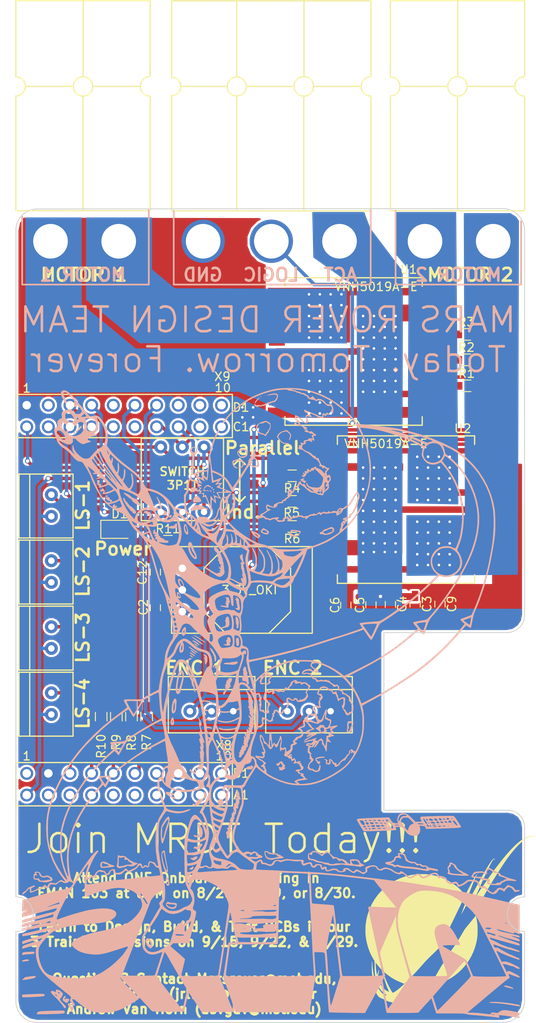
<source format=kicad_pcb>
(kicad_pcb (version 4) (host pcbnew 4.0.7)
  (layers (0 F.Cu signal) (31 B.Cu signal) (34 B.Paste user) (35 F.Paste user) (36 B.SilkS user) (37 F.SilkS user) (38 B.Mask user) (39 F.Mask user) (44 Edge.Cuts user))
  (net 0 "")
  (net 1 GND)
  (net 2 +3V3)
  (net 3 +12V)
  (net 4 "Net-(R1-Pad1)")
  (net 5 IN_A1)
  (net 6 "Net-(R2-Pad1)")
  (net 7 PWM1)
  (net 8 "Net-(R3-Pad1)")
  (net 9 IN_B1)
  (net 10 "Net-(R4-Pad1)")
  (net 11 IN_A2)
  (net 12 "Net-(R5-Pad1)")
  (net 13 PWM2)
  (net 14 "Net-(R6-Pad1)")
  (net 15 IN_B2)
  (net 16 Encoder1_PWM)
  (net 17 Encoder2_PWM)
  (net 18 /Out_A1)
  (net 19 /Out_B1)
  (net 20 /Out_A2)
  (net 21 /Out_B2)
  (net 22 /12V_Logic)
  (net 23 LS_1)
  (net 24 LS_2)
  (net 25 LS_3)
  (net 26 LS_4)
  (net 27 "Net-(D1-Pad2)")
  (module MRDT_Drill_Holes:Via_.6m (layer F.Cu) (at 144.5768 163.0172)
    (fp_text reference REF** hide)
    (fp_text value Via_P1.27mm_5x5 hide)
    (pad 1 thru_hole circle (at 0 0) (size 0.6 0.6) (drill 0.3) (layers *.Cu) (net 1 GND))
  )
  (module MRDT_Drill_Holes:Via_.6m (layer F.Cu) (at 145.8468 161.8488)
    (fp_text reference REF** hide)
    (fp_text value Via_P1.27mm_5x5 hide)
    (pad 1 thru_hole circle (at 0 0) (size 0.6 0.6) (drill 0.3) (layers *.Cu) (net 1 GND))
  )
  (module MRDT_Drill_Holes:Via_.6m (layer F.Cu) (at 144.5768 161.8488)
    (fp_text reference REF** hide)
    (fp_text value Via_P1.27mm_5x5 hide)
    (pad 1 thru_hole circle (at 0 0) (size 0.6 0.6) (drill 0.3) (layers *.Cu) (net 1 GND))
  )
  (module MRDT_Drill_Holes:Via_.6m (layer F.Cu) (at 145.8468 163.0172)
    (fp_text reference REF** hide)
    (fp_text value Via_P1.27mm_5x5 hide)
    (pad 1 thru_hole circle (at 0 0) (size 0.6 0.6) (drill 0.3) (layers *.Cu) (net 1 GND))
  )
  (module MRDT_Shields:TM4C129E_Launchpad_X9 (layer F.Cu) (at 118.0084 208.5848)
    (fp_text reference U6 hide)
    (fp_text value TM4C129E_Launchpad_X9 hide)
    (fp_text user 1 (at 1.27 -48.9712 180) (layer F.SilkS))
    (fp_text user 10 (at 24.2824 -49.022 180) (layer F.SilkS))
    (fp_text user 1 (at 1.27 -5.842 180) (layer F.SilkS))
    (fp_text user 10 (at 24.384 -5.842 180) (layer F.SilkS))
    (fp_text user X9 (at 24.2316 -50.3428 180) (layer F.SilkS))
    (fp_text user X8 (at 24.384 -7.112 180) (layer F.SilkS))
    (fp_text user C1 (at 26.416 -44.45 180) (layer F.SilkS))
    (fp_text user D1 (at 26.416 -46.736 180) (layer F.SilkS))
    (fp_text user B1 (at 26.416 -3.81 180) (layer F.SilkS))
    (fp_text user A1 (at 26.416 -1.27 180) (layer F.SilkS))
    (pad +5V thru_hole circle (at 1.27 -3.81 180) (size 1.52 1.52) (drill 1) (layers *.Cu *.Mask F.Paste))
    (pad GND thru_hole circle (at 3.81 -3.81 180) (size 1.52 1.52) (drill 1) (layers *.Cu *.Mask F.Paste) (net 1 GND))
    (pad PE0 thru_hole circle (at 6.35 -3.81 180) (size 1.52 1.52) (drill 1) (layers *.Cu *.Mask F.Paste) (net 26 LS_4))
    (pad PE1 thru_hole circle (at 8.89 -3.81 180) (size 1.52 1.52) (drill 1) (layers *.Cu *.Mask F.Paste) (net 25 LS_3))
    (pad PE2 thru_hole circle (at 11.43 -3.81 180) (size 1.52 1.52) (drill 1) (layers *.Cu *.Mask F.Paste) (net 24 LS_2))
    (pad PE3 thru_hole circle (at 13.97 -3.81 180) (size 1.52 1.52) (drill 1) (layers *.Cu *.Mask F.Paste) (net 23 LS_1))
    (pad PD7 thru_hole circle (at 16.51 -3.81 180) (size 1.52 1.52) (drill 1) (layers *.Cu *.Mask F.Paste))
    (pad PA6 thru_hole circle (at 19.05 -3.81 180) (size 1.52 1.52) (drill 1) (layers *.Cu *.Mask F.Paste))
    (pad PM4 thru_hole circle (at 21.59 -3.81 180) (size 1.52 1.52) (drill 1) (layers *.Cu *.Mask F.Paste))
    (pad PM5 thru_hole circle (at 24.13 -3.81 180) (size 1.52 1.52) (drill 1) (layers *.Cu *.Mask F.Paste))
    (pad +3V3 thru_hole circle (at 1.27 -1.27 180) (size 1.52 1.52) (drill 1) (layers *.Cu *.Mask F.Paste) (net 2 +3V3))
    (pad PE4 thru_hole circle (at 3.81 -1.27 180) (size 1.52 1.52) (drill 1) (layers *.Cu *.Mask F.Paste))
    (pad PC4 thru_hole circle (at 6.35 -1.27 180) (size 1.52 1.52) (drill 1) (layers *.Cu *.Mask F.Paste))
    (pad PC5 thru_hole circle (at 8.89 -1.27 180) (size 1.52 1.52) (drill 1) (layers *.Cu *.Mask F.Paste))
    (pad PC6 thru_hole circle (at 11.43 -1.27 180) (size 1.52 1.52) (drill 1) (layers *.Cu *.Mask F.Paste))
    (pad PE5 thru_hole circle (at 13.97 -1.27 180) (size 1.52 1.52) (drill 1) (layers *.Cu *.Mask F.Paste))
    (pad PD3 thru_hole circle (at 16.51 -1.27 180) (size 1.52 1.52) (drill 1) (layers *.Cu *.Mask F.Paste))
    (pad PC7 thru_hole circle (at 19.05 -1.27 180) (size 1.52 1.52) (drill 1) (layers *.Cu *.Mask F.Paste))
    (pad PB2 thru_hole circle (at 21.59 -1.27 180) (size 1.52 1.52) (drill 1) (layers *.Cu *.Mask F.Paste))
    (pad PB3 thru_hole circle (at 24.13 -1.27 180) (size 1.52 1.52) (drill 1) (layers *.Cu *.Mask F.Paste))
    (pad PF1 thru_hole circle (at 1.27 -44.45 180) (size 1.52 1.52) (drill 1) (layers *.Cu *.Mask F.Paste) (net 7 PWM1))
    (pad PF2 thru_hole circle (at 3.81 -44.45 180) (size 1.52 1.52) (drill 1) (layers *.Cu *.Mask F.Paste) (net 13 PWM2))
    (pad PF3 thru_hole circle (at 6.35 -44.45 180) (size 1.52 1.52) (drill 1) (layers *.Cu *.Mask F.Paste))
    (pad PG0 thru_hole circle (at 8.89 -44.45 180) (size 1.52 1.52) (drill 1) (layers *.Cu *.Mask F.Paste))
    (pad PL4 thru_hole circle (at 11.43 -44.45 180) (size 1.52 1.52) (drill 1) (layers *.Cu *.Mask F.Paste))
    (pad PL5 thru_hole circle (at 13.97 -44.45 180) (size 1.52 1.52) (drill 1) (layers *.Cu *.Mask F.Paste))
    (pad PL0 thru_hole circle (at 16.51 -44.45 180) (size 1.52 1.52) (drill 1) (layers *.Cu *.Mask F.Paste) (net 5 IN_A1))
    (pad PL1 thru_hole circle (at 19.05 -44.45 180) (size 1.52 1.52) (drill 1) (layers *.Cu *.Mask F.Paste) (net 11 IN_A2))
    (pad PL2 thru_hole circle (at 21.59 -44.45 180) (size 1.52 1.52) (drill 1) (layers *.Cu *.Mask F.Paste))
    (pad PL3 thru_hole circle (at 24.13 -44.45 180) (size 1.52 1.52) (drill 1) (layers *.Cu *.Mask F.Paste))
    (pad GND thru_hole circle (at 1.27 -46.99 180) (size 1.52 1.52) (drill 1) (layers *.Cu *.Mask F.Paste) (net 1 GND))
    (pad PM3 thru_hole circle (at 3.81 -46.99 180) (size 1.52 1.52) (drill 1) (layers *.Cu *.Mask F.Paste))
    (pad PH2 thru_hole circle (at 6.35 -46.99 180) (size 1.52 1.52) (drill 1) (layers *.Cu *.Mask F.Paste) (net 9 IN_B1))
    (pad PH3 thru_hole circle (at 8.89 -46.99 180) (size 1.52 1.52) (drill 1) (layers *.Cu *.Mask F.Paste) (net 15 IN_B2))
    (pad Rese thru_hole circle (at 11.43 -46.99 180) (size 1.52 1.52) (drill 1) (layers *.Cu *.Mask F.Paste))
    (pad PD1 thru_hole circle (at 13.97 -46.99 180) (size 1.52 1.52) (drill 1) (layers *.Cu *.Mask F.Paste) (net 17 Encoder2_PWM))
    (pad PD0 thru_hole circle (at 16.51 -46.99 180) (size 1.52 1.52) (drill 1) (layers *.Cu *.Mask F.Paste) (net 16 Encoder1_PWM))
    (pad PN2 thru_hole circle (at 19.05 -46.99 180) (size 1.52 1.52) (drill 1) (layers *.Cu *.Mask F.Paste))
    (pad PN3 thru_hole circle (at 21.59 -46.99 180) (size 1.52 1.52) (drill 1) (layers *.Cu *.Mask F.Paste))
    (pad PP2 thru_hole circle (at 24.13 -46.99 180) (size 1.52 1.52) (drill 1) (layers *.Cu *.Mask F.Paste))
  )
  (module MRDT_Connectors:MOLEX_SL_3_Vertical (layer F.Cu) (at 147.32 194.945)
    (fp_text reference U8 hide)
    (fp_text value Picoblade-3)
    (pad 1 thru_hole circle (at 2.54 2.54) (size 1.524 1.524) (drill 0.762) (layers *.Cu *.Mask) (net 2 +3V3))
    (pad 2 thru_hole circle (at 5.08 2.54) (size 1.524 1.524) (drill 0.762) (layers *.Cu *.Mask) (net 17 Encoder2_PWM))
    (pad 3 thru_hole circle (at 7.62 2.54) (size 1.524 1.524) (drill 0.762) (layers *.Cu *.Mask) (net 1 GND))
  )
  (module MRDT_Devices:OKI_Horisontal (layer F.Cu) (at 136.271 188.341 90)
    (fp_text reference U3 hide)
    (fp_text value 3.3V_OKI (at 5.08 9.144 180) (layer F.SilkS))
    (pad 1 thru_hole circle (at 2.54 1.27 90) (size 1.524 1.524) (drill 0.889) (layers *.Cu *.Mask) (net 22 /12V_Logic))
    (pad 2 thru_hole circle (at 5.08 1.27 90) (size 1.524 1.524) (drill 0.889) (layers *.Cu *.Mask) (net 1 GND))
    (pad 3 thru_hole circle (at 7.62 1.27 90) (size 1.524 1.524) (drill 0.889) (layers *.Cu *.Mask) (net 2 +3V3))
  )
  (module MRDT_Connectors:MOLEX_SL_2_Vertical (layer F.Cu) (at 122.174 181.102 90)
    (fp_text reference U5 hide)
    (fp_text value LS_2)
    (pad 1 thru_hole circle (at -1.27 0 90) (size 1.524 1.524) (drill 0.762) (layers *.Cu *.Mask) (net 2 +3V3))
    (pad 2 thru_hole circle (at 1.27 0 90) (size 1.524 1.524) (drill 0.762) (layers *.Cu *.Mask) (net 24 LS_2))
  )
  (module Capacitors_SMD:C_0603_HandSoldering (layer F.Cu) (at 161.9504 184.9628 270)
    (fp_text reference C4 (at -0.0508 -1.3716 270) (layer F.SilkS))
    (fp_text value .1u)
    (pad 1 smd rect (at -0.95 0 270) (size 1.2 0.75) (layers F.Cu F.Paste F.Mask) (net 3 +12V))
    (pad 2 smd rect (at 0.95 0 270) (size 1.2 0.75) (layers F.Cu F.Paste F.Mask) (net 1 GND))
  )
  (module MRDT_Drill_Holes:Via_.6m (layer F.Cu) (at 162.56 178.816)
    (fp_text reference REF** hide)
    (fp_text value Via_P1.27mm_5x5 hide)
    (pad 1 thru_hole circle (at 0 0) (size 0.6 0.6) (drill 0.3) (layers *.Cu) (net 3 +12V))
  )
  (module MRDT_Drill_Holes:Via_.6m (layer F.Cu) (at 161.29 178.816)
    (fp_text reference REF** hide)
    (fp_text value Via_P1.27mm_5x5 hide)
    (pad 1 thru_hole circle (at 0 0) (size 0.6 0.6) (drill 0.3) (layers *.Cu) (net 3 +12V))
  )
  (module MRDT_Drill_Holes:Via_.6m (layer F.Cu) (at 160.02 178.816)
    (fp_text reference REF** hide)
    (fp_text value Via_P1.27mm_5x5 hide)
    (pad 1 thru_hole circle (at 0 0) (size 0.6 0.6) (drill 0.3) (layers *.Cu) (net 3 +12V))
  )
  (module MRDT_Drill_Holes:Via_.6m (layer F.Cu) (at 158.75 178.816)
    (fp_text reference REF** hide)
    (fp_text value Via_P1.27mm_5x5 hide)
    (pad 1 thru_hole circle (at 0 0) (size 0.6 0.6) (drill 0.3) (layers *.Cu) (net 3 +12V))
  )
  (module MRDT_Drill_Holes:Via_.6m (layer F.Cu) (at 158.75 176.53)
    (fp_text reference REF** hide)
    (fp_text value Via_P1.27mm_5x5 hide)
    (pad 1 thru_hole circle (at 0 0) (size 0.6 0.6) (drill 0.3) (layers *.Cu) (net 3 +12V))
  )
  (module MRDT_ICs:MultiPowerSO_30 (layer F.Cu) (at 157.6324 155.2956 180)
    (fp_text reference U1 (at -6.4516 9.6266 180) (layer F.SilkS))
    (fp_text value VNH5019A-E (at -3.7846 -10.8204 180) (layer F.SilkS))
    (pad 1 smd rect (at -9.0043 -6.999999 180) (size 1.8542 0.635) (layers F.Cu F.Paste F.Mask) (net 18 /Out_A1))
    (pad 2 smd rect (at -9.0043 -6.000001 180) (size 1.8542 0.635) (layers F.Cu F.Paste F.Mask))
    (pad 3 smd rect (at -9.0043 -5 180) (size 1.8542 0.635) (layers F.Cu F.Paste F.Mask) (net 3 +12V))
    (pad 4 smd rect (at -9.0043 -4 180) (size 1.8542 0.635) (layers F.Cu F.Paste F.Mask) (net 4 "Net-(R1-Pad1)"))
    (pad 5 smd rect (at -9.0043 -2.999999 180) (size 1.8542 0.635) (layers F.Cu F.Paste F.Mask) (net 2 +3V3))
    (pad 6 smd rect (at -9.0043 -2.000001 180) (size 1.8542 0.635) (layers F.Cu F.Paste F.Mask) (net 2 +3V3))
    (pad 7 smd rect (at -9.0043 -1.000001 180) (size 1.8542 0.635) (layers F.Cu F.Paste F.Mask) (net 6 "Net-(R2-Pad1)"))
    (pad 8 smd rect (at -9.0043 0 180) (size 1.8542 0.635) (layers F.Cu F.Paste F.Mask))
    (pad 9 smd rect (at -9.0043 1.000001 180) (size 1.8542 0.635) (layers F.Cu F.Paste F.Mask) (net 2 +3V3))
    (pad 10 smd rect (at -9.0043 2.000001 180) (size 1.8542 0.635) (layers F.Cu F.Paste F.Mask) (net 8 "Net-(R3-Pad1)"))
    (pad 11 smd rect (at -9.0043 2.999999 180) (size 1.8542 0.635) (layers F.Cu F.Paste F.Mask))
    (pad 12 smd rect (at -9.0043 4 180) (size 1.8542 0.635) (layers F.Cu F.Paste F.Mask) (net 3 +12V))
    (pad 13 smd rect (at -9.0043 5 180) (size 1.8542 0.635) (layers F.Cu F.Paste F.Mask) (net 3 +12V))
    (pad 14 smd rect (at -9.0043 6.000001 180) (size 1.8542 0.635) (layers F.Cu F.Paste F.Mask))
    (pad 15 smd rect (at -9.0043 7.000001 180) (size 1.8542 0.635) (layers F.Cu F.Paste F.Mask) (net 19 /Out_B1))
    (pad 16 smd rect (at 9.0043 6.999999 180) (size 1.8542 0.635) (layers F.Cu F.Paste F.Mask) (net 19 /Out_B1))
    (pad 17 smd rect (at 9.0043 6.000001 180) (size 1.8542 0.635) (layers F.Cu F.Paste F.Mask))
    (pad 18 smd rect (at 9.0043 5 180) (size 1.8542 0.635) (layers F.Cu F.Paste F.Mask) (net 1 GND))
    (pad 19 smd rect (at 9.0043 4 180) (size 1.8542 0.635) (layers F.Cu F.Paste F.Mask) (net 1 GND))
    (pad 20 smd rect (at 9.0043 2.999999 180) (size 1.8542 0.635) (layers F.Cu F.Paste F.Mask) (net 1 GND))
    (pad 21 smd rect (at 9.0043 2.000001 180) (size 1.8542 0.635) (layers F.Cu F.Paste F.Mask) (net 19 /Out_B1))
    (pad 22 smd rect (at 9.0043 1.000001 180) (size 1.8542 0.635) (layers F.Cu F.Paste F.Mask))
    (pad 23 smd rect (at 9.0043 0 180) (size 1.8542 0.635) (layers F.Cu F.Paste F.Mask) (net 3 +12V))
    (pad 24 smd rect (at 9.0043 -1.000001 180) (size 1.8542 0.635) (layers F.Cu F.Paste F.Mask))
    (pad 25 smd rect (at 9.0043 -2.000001 180) (size 1.8542 0.635) (layers F.Cu F.Paste F.Mask) (net 18 /Out_A1))
    (pad 26 smd rect (at 9.0043 -2.999999 180) (size 1.8542 0.635) (layers F.Cu F.Paste F.Mask) (net 1 GND))
    (pad 27 smd rect (at 9.0043 -4 180) (size 1.8542 0.635) (layers F.Cu F.Paste F.Mask) (net 1 GND))
    (pad 28 smd rect (at 9.0043 -5 180) (size 1.8542 0.635) (layers F.Cu F.Paste F.Mask) (net 1 GND))
    (pad 29 smd rect (at 9.0043 -6.000001 180) (size 1.8542 0.635) (layers F.Cu F.Paste F.Mask))
    (pad 30 smd rect (at 9.0043 -7.000001 180) (size 1.8542 0.635) (layers F.Cu F.Paste F.Mask) (net 18 /Out_A1))
    (pad 31 smd rect (at 3.048 -4.1656 180) (size 5.2578 6.223) (layers F.Cu F.Paste F.Mask) (net 18 /Out_A1))
    (pad 32 smd rect (at -3.048 0 180) (size 5.2578 10.3124) (layers F.Cu F.Paste F.Mask) (net 3 +12V))
    (pad 33 smd rect (at 3.048 4.1656 180) (size 5.2578 6.223) (layers F.Cu F.Paste F.Mask) (net 19 /Out_B1))
  )
  (module MRDT_Drill_Holes:Via_.6m (layer F.Cu) (at 168.91 180.34)
    (fp_text reference REF** hide)
    (fp_text value Via_P1.27mm_5x5 hide)
    (pad 1 thru_hole circle (at 0 0) (size 0.6 0.6) (drill 0.3) (layers *.Cu) (net 21 /Out_B2))
  )
  (module MRDT_Drill_Holes:Via_.6m (layer F.Cu) (at 167.64 180.34)
    (fp_text reference REF** hide)
    (fp_text value Via_P1.27mm_5x5 hide)
    (pad 1 thru_hole circle (at 0 0) (size 0.6 0.6) (drill 0.3) (layers *.Cu) (net 21 /Out_B2))
  )
  (module MRDT_Drill_Holes:Via_.6m (layer F.Cu) (at 166.37 180.34)
    (fp_text reference REF** hide)
    (fp_text value Via_P1.27mm_5x5 hide)
    (pad 1 thru_hole circle (at 0 0) (size 0.6 0.6) (drill 0.3) (layers *.Cu) (net 21 /Out_B2))
  )
  (module MRDT_Drill_Holes:Via_.6m (layer F.Cu) (at 165.1 180.34)
    (fp_text reference REF** hide)
    (fp_text value Via_P1.27mm_5x5 hide)
    (pad 1 thru_hole circle (at 0 0) (size 0.6 0.6) (drill 0.3) (layers *.Cu) (net 21 /Out_B2))
  )
  (module MRDT_Drill_Holes:Via_.6m (layer F.Cu) (at 168.91 179.07)
    (fp_text reference REF** hide)
    (fp_text value Via_P1.27mm_5x5 hide)
    (pad 1 thru_hole circle (at 0 0) (size 0.6 0.6) (drill 0.3) (layers *.Cu) (net 21 /Out_B2))
  )
  (module MRDT_Drill_Holes:Via_.6m (layer F.Cu) (at 167.64 179.07)
    (fp_text reference REF** hide)
    (fp_text value Via_P1.27mm_5x5 hide)
    (pad 1 thru_hole circle (at 0 0) (size 0.6 0.6) (drill 0.3) (layers *.Cu) (net 21 /Out_B2))
  )
  (module MRDT_Drill_Holes:Via_.6m (layer F.Cu) (at 166.37 179.07)
    (fp_text reference REF** hide)
    (fp_text value Via_P1.27mm_5x5 hide)
    (pad 1 thru_hole circle (at 0 0) (size 0.6 0.6) (drill 0.3) (layers *.Cu) (net 21 /Out_B2))
  )
  (module MRDT_Drill_Holes:Via_.6m (layer F.Cu) (at 165.1 179.07)
    (fp_text reference REF** hide)
    (fp_text value Via_P1.27mm_5x5 hide)
    (pad 1 thru_hole circle (at 0 0) (size 0.6 0.6) (drill 0.3) (layers *.Cu) (net 21 /Out_B2))
  )
  (module MRDT_Drill_Holes:Via_.6m (layer F.Cu) (at 168.91 177.8)
    (fp_text reference REF** hide)
    (fp_text value Via_P1.27mm_5x5 hide)
    (pad 1 thru_hole circle (at 0 0) (size 0.6 0.6) (drill 0.3) (layers *.Cu) (net 21 /Out_B2))
  )
  (module MRDT_Drill_Holes:Via_.6m (layer F.Cu) (at 167.64 177.8)
    (fp_text reference REF** hide)
    (fp_text value Via_P1.27mm_5x5 hide)
    (pad 1 thru_hole circle (at 0 0) (size 0.6 0.6) (drill 0.3) (layers *.Cu) (net 21 /Out_B2))
  )
  (module MRDT_Drill_Holes:Via_.6m (layer F.Cu) (at 166.37 177.8)
    (fp_text reference REF** hide)
    (fp_text value Via_P1.27mm_5x5 hide)
    (pad 1 thru_hole circle (at 0 0) (size 0.6 0.6) (drill 0.3) (layers *.Cu) (net 21 /Out_B2))
  )
  (module MRDT_Drill_Holes:Via_.6m (layer F.Cu) (at 165.1 177.8)
    (fp_text reference REF** hide)
    (fp_text value Via_P1.27mm_5x5 hide)
    (pad 1 thru_hole circle (at 0 0) (size 0.6 0.6) (drill 0.3) (layers *.Cu) (net 21 /Out_B2))
  )
  (module MRDT_Drill_Holes:Via_.6m (layer F.Cu) (at 168.91 176.53)
    (fp_text reference REF** hide)
    (fp_text value Via_P1.27mm_5x5 hide)
    (pad 1 thru_hole circle (at 0 0) (size 0.6 0.6) (drill 0.3) (layers *.Cu) (net 21 /Out_B2))
  )
  (module MRDT_Drill_Holes:Via_.6m (layer F.Cu) (at 167.64 176.53)
    (fp_text reference REF** hide)
    (fp_text value Via_P1.27mm_5x5 hide)
    (pad 1 thru_hole circle (at 0 0) (size 0.6 0.6) (drill 0.3) (layers *.Cu) (net 21 /Out_B2))
  )
  (module MRDT_Drill_Holes:Via_.6m (layer F.Cu) (at 166.37 176.53)
    (fp_text reference REF** hide)
    (fp_text value Via_P1.27mm_5x5 hide)
    (pad 1 thru_hole circle (at 0 0) (size 0.6 0.6) (drill 0.3) (layers *.Cu) (net 21 /Out_B2))
  )
  (module MRDT_Drill_Holes:Via_.6m (layer F.Cu) (at 165.1 176.53)
    (fp_text reference REF** hide)
    (fp_text value Via_P1.27mm_5x5 hide)
    (pad 1 thru_hole circle (at 0 0) (size 0.6 0.6) (drill 0.3) (layers *.Cu) (net 21 /Out_B2))
  )
  (module MRDT_Drill_Holes:Via_.6m (layer F.Cu) (at 168.91 175.26)
    (fp_text reference REF** hide)
    (fp_text value Via_P1.27mm_5x5 hide)
    (pad 1 thru_hole circle (at 0 0) (size 0.6 0.6) (drill 0.3) (layers *.Cu) (net 21 /Out_B2))
  )
  (module MRDT_Drill_Holes:Via_.6m (layer F.Cu) (at 167.64 175.26)
    (fp_text reference REF** hide)
    (fp_text value Via_P1.27mm_5x5 hide)
    (pad 1 thru_hole circle (at 0 0) (size 0.6 0.6) (drill 0.3) (layers *.Cu) (net 21 /Out_B2))
  )
  (module MRDT_Drill_Holes:Via_.6m (layer F.Cu) (at 166.37 175.26)
    (fp_text reference REF** hide)
    (fp_text value Via_P1.27mm_5x5 hide)
    (pad 1 thru_hole circle (at 0 0) (size 0.6 0.6) (drill 0.3) (layers *.Cu) (net 21 /Out_B2))
  )
  (module MRDT_Drill_Holes:Via_.6m (layer F.Cu) (at 165.1 175.26)
    (fp_text reference REF** hide)
    (fp_text value Via_P1.27mm_5x5 hide)
    (pad 1 thru_hole circle (at 0 0) (size 0.6 0.6) (drill 0.3) (layers *.Cu) (net 21 /Out_B2))
  )
  (module MRDT_Drill_Holes:Via_.6m (layer F.Cu) (at 168.91 172.72)
    (fp_text reference REF** hide)
    (fp_text value Via_P1.27mm_5x5 hide)
    (pad 1 thru_hole circle (at 0 0) (size 0.6 0.6) (drill 0.3) (layers *.Cu) (net 20 /Out_A2))
  )
  (module MRDT_Drill_Holes:Via_.6m (layer F.Cu) (at 167.64 172.72)
    (fp_text reference REF** hide)
    (fp_text value Via_P1.27mm_5x5 hide)
    (pad 1 thru_hole circle (at 0 0) (size 0.6 0.6) (drill 0.3) (layers *.Cu) (net 20 /Out_A2))
  )
  (module MRDT_Drill_Holes:Via_.6m (layer F.Cu) (at 166.37 172.72)
    (fp_text reference REF** hide)
    (fp_text value Via_P1.27mm_5x5 hide)
    (pad 1 thru_hole circle (at 0 0) (size 0.6 0.6) (drill 0.3) (layers *.Cu) (net 20 /Out_A2))
  )
  (module MRDT_Drill_Holes:Via_.6m (layer F.Cu) (at 165.1 172.72)
    (fp_text reference REF** hide)
    (fp_text value Via_P1.27mm_5x5 hide)
    (pad 1 thru_hole circle (at 0 0) (size 0.6 0.6) (drill 0.3) (layers *.Cu) (net 20 /Out_A2))
  )
  (module MRDT_Drill_Holes:Via_.6m (layer F.Cu) (at 168.91 171.45)
    (fp_text reference REF** hide)
    (fp_text value Via_P1.27mm_5x5 hide)
    (pad 1 thru_hole circle (at 0 0) (size 0.6 0.6) (drill 0.3) (layers *.Cu) (net 20 /Out_A2))
  )
  (module MRDT_Drill_Holes:Via_.6m (layer F.Cu) (at 167.64 171.45)
    (fp_text reference REF** hide)
    (fp_text value Via_P1.27mm_5x5 hide)
    (pad 1 thru_hole circle (at 0 0) (size 0.6 0.6) (drill 0.3) (layers *.Cu) (net 20 /Out_A2))
  )
  (module MRDT_Drill_Holes:Via_.6m (layer F.Cu) (at 166.37 171.45)
    (fp_text reference REF** hide)
    (fp_text value Via_P1.27mm_5x5 hide)
    (pad 1 thru_hole circle (at 0 0) (size 0.6 0.6) (drill 0.3) (layers *.Cu) (net 20 /Out_A2))
  )
  (module MRDT_Drill_Holes:Via_.6m (layer F.Cu) (at 165.1 171.45)
    (fp_text reference REF** hide)
    (fp_text value Via_P1.27mm_5x5 hide)
    (pad 1 thru_hole circle (at 0 0) (size 0.6 0.6) (drill 0.3) (layers *.Cu) (net 20 /Out_A2))
  )
  (module MRDT_Drill_Holes:Via_.6m (layer F.Cu) (at 168.91 170.18)
    (fp_text reference REF** hide)
    (fp_text value Via_P1.27mm_5x5 hide)
    (pad 1 thru_hole circle (at 0 0) (size 0.6 0.6) (drill 0.3) (layers *.Cu) (net 20 /Out_A2))
  )
  (module MRDT_Drill_Holes:Via_.6m (layer F.Cu) (at 167.64 170.18)
    (fp_text reference REF** hide)
    (fp_text value Via_P1.27mm_5x5 hide)
    (pad 1 thru_hole circle (at 0 0) (size 0.6 0.6) (drill 0.3) (layers *.Cu) (net 20 /Out_A2))
  )
  (module MRDT_Drill_Holes:Via_.6m (layer F.Cu) (at 166.37 170.18)
    (fp_text reference REF** hide)
    (fp_text value Via_P1.27mm_5x5 hide)
    (pad 1 thru_hole circle (at 0 0) (size 0.6 0.6) (drill 0.3) (layers *.Cu) (net 20 /Out_A2))
  )
  (module MRDT_Drill_Holes:Via_.6m (layer F.Cu) (at 165.1 170.18)
    (fp_text reference REF** hide)
    (fp_text value Via_P1.27mm_5x5 hide)
    (pad 1 thru_hole circle (at 0 0) (size 0.6 0.6) (drill 0.3) (layers *.Cu) (net 20 /Out_A2))
  )
  (module MRDT_Drill_Holes:Via_.6m (layer F.Cu) (at 168.91 168.91)
    (fp_text reference REF** hide)
    (fp_text value Via_P1.27mm_5x5 hide)
    (pad 1 thru_hole circle (at 0 0) (size 0.6 0.6) (drill 0.3) (layers *.Cu) (net 20 /Out_A2))
  )
  (module MRDT_Drill_Holes:Via_.6m (layer F.Cu) (at 167.64 168.91)
    (fp_text reference REF** hide)
    (fp_text value Via_P1.27mm_5x5 hide)
    (pad 1 thru_hole circle (at 0 0) (size 0.6 0.6) (drill 0.3) (layers *.Cu) (net 20 /Out_A2))
  )
  (module MRDT_Drill_Holes:Via_.6m (layer F.Cu) (at 166.37 168.91)
    (fp_text reference REF** hide)
    (fp_text value Via_P1.27mm_5x5 hide)
    (pad 1 thru_hole circle (at 0 0) (size 0.6 0.6) (drill 0.3) (layers *.Cu) (net 20 /Out_A2))
  )
  (module MRDT_Drill_Holes:Via_.6m (layer F.Cu) (at 165.1 168.91)
    (fp_text reference REF** hide)
    (fp_text value Via_P1.27mm_5x5 hide)
    (pad 1 thru_hole circle (at 0 0) (size 0.6 0.6) (drill 0.3) (layers *.Cu) (net 20 /Out_A2))
  )
  (module MRDT_Drill_Holes:Via_.6m (layer F.Cu) (at 168.91 167.64)
    (fp_text reference REF** hide)
    (fp_text value Via_P1.27mm_5x5 hide)
    (pad 1 thru_hole circle (at 0 0) (size 0.6 0.6) (drill 0.3) (layers *.Cu) (net 20 /Out_A2))
  )
  (module MRDT_Drill_Holes:Via_.6m (layer F.Cu) (at 167.64 167.64)
    (fp_text reference REF** hide)
    (fp_text value Via_P1.27mm_5x5 hide)
    (pad 1 thru_hole circle (at 0 0) (size 0.6 0.6) (drill 0.3) (layers *.Cu) (net 20 /Out_A2))
  )
  (module MRDT_Drill_Holes:Via_.6m (layer F.Cu) (at 166.37 167.64)
    (fp_text reference REF** hide)
    (fp_text value Via_P1.27mm_5x5 hide)
    (pad 1 thru_hole circle (at 0 0) (size 0.6 0.6) (drill 0.3) (layers *.Cu) (net 20 /Out_A2))
  )
  (module MRDT_Drill_Holes:Via_.6m (layer F.Cu) (at 165.1 167.64)
    (fp_text reference REF** hide)
    (fp_text value Via_P1.27mm_5x5 hide)
    (pad 1 thru_hole circle (at 0 0) (size 0.6 0.6) (drill 0.3) (layers *.Cu) (net 20 /Out_A2))
  )
  (module MRDT_Drill_Holes:Via_.6m (layer F.Cu) (at 156.21 162.56)
    (fp_text reference REF** hide)
    (fp_text value Via_P1.27mm_5x5 hide)
    (pad 1 thru_hole circle (at 0 0) (size 0.6 0.6) (drill 0.3) (layers *.Cu) (net 18 /Out_A1))
  )
  (module MRDT_Drill_Holes:Via_.6m (layer F.Cu) (at 154.94 162.56)
    (fp_text reference REF** hide)
    (fp_text value Via_P1.27mm_5x5 hide)
    (pad 1 thru_hole circle (at 0 0) (size 0.6 0.6) (drill 0.3) (layers *.Cu) (net 18 /Out_A1))
  )
  (module MRDT_Drill_Holes:Via_.6m (layer F.Cu) (at 153.67 162.56)
    (fp_text reference REF** hide)
    (fp_text value Via_P1.27mm_5x5 hide)
    (pad 1 thru_hole circle (at 0 0) (size 0.6 0.6) (drill 0.3) (layers *.Cu) (net 18 /Out_A1))
  )
  (module MRDT_Drill_Holes:Via_.6m (layer F.Cu) (at 152.4 162.56)
    (fp_text reference REF** hide)
    (fp_text value Via_P1.27mm_5x5 hide)
    (pad 1 thru_hole circle (at 0 0) (size 0.6 0.6) (drill 0.3) (layers *.Cu) (net 18 /Out_A1))
  )
  (module MRDT_Drill_Holes:Via_.6m (layer F.Cu) (at 156.21 161.29)
    (fp_text reference REF** hide)
    (fp_text value Via_P1.27mm_5x5 hide)
    (pad 1 thru_hole circle (at 0 0) (size 0.6 0.6) (drill 0.3) (layers *.Cu) (net 18 /Out_A1))
  )
  (module MRDT_Drill_Holes:Via_.6m (layer F.Cu) (at 154.94 161.29)
    (fp_text reference REF** hide)
    (fp_text value Via_P1.27mm_5x5 hide)
    (pad 1 thru_hole circle (at 0 0) (size 0.6 0.6) (drill 0.3) (layers *.Cu) (net 18 /Out_A1))
  )
  (module MRDT_Drill_Holes:Via_.6m (layer F.Cu) (at 153.67 161.29)
    (fp_text reference REF** hide)
    (fp_text value Via_P1.27mm_5x5 hide)
    (pad 1 thru_hole circle (at 0 0) (size 0.6 0.6) (drill 0.3) (layers *.Cu) (net 18 /Out_A1))
  )
  (module MRDT_Drill_Holes:Via_.6m (layer F.Cu) (at 152.4 161.29)
    (fp_text reference REF** hide)
    (fp_text value Via_P1.27mm_5x5 hide)
    (pad 1 thru_hole circle (at 0 0) (size 0.6 0.6) (drill 0.3) (layers *.Cu) (net 18 /Out_A1))
  )
  (module MRDT_Drill_Holes:Via_.6m (layer F.Cu) (at 156.21 160.02)
    (fp_text reference REF** hide)
    (fp_text value Via_P1.27mm_5x5 hide)
    (pad 1 thru_hole circle (at 0 0) (size 0.6 0.6) (drill 0.3) (layers *.Cu) (net 18 /Out_A1))
  )
  (module MRDT_Drill_Holes:Via_.6m (layer F.Cu) (at 154.94 160.02)
    (fp_text reference REF** hide)
    (fp_text value Via_P1.27mm_5x5 hide)
    (pad 1 thru_hole circle (at 0 0) (size 0.6 0.6) (drill 0.3) (layers *.Cu) (net 18 /Out_A1))
  )
  (module MRDT_Drill_Holes:Via_.6m (layer F.Cu) (at 153.67 160.02)
    (fp_text reference REF** hide)
    (fp_text value Via_P1.27mm_5x5 hide)
    (pad 1 thru_hole circle (at 0 0) (size 0.6 0.6) (drill 0.3) (layers *.Cu) (net 18 /Out_A1))
  )
  (module MRDT_Drill_Holes:Via_.6m (layer F.Cu) (at 152.4 160.02)
    (fp_text reference REF** hide)
    (fp_text value Via_P1.27mm_5x5 hide)
    (pad 1 thru_hole circle (at 0 0) (size 0.6 0.6) (drill 0.3) (layers *.Cu) (net 18 /Out_A1))
  )
  (module MRDT_Drill_Holes:Via_.6m (layer F.Cu) (at 156.21 158.75)
    (fp_text reference REF** hide)
    (fp_text value Via_P1.27mm_5x5 hide)
    (pad 1 thru_hole circle (at 0 0) (size 0.6 0.6) (drill 0.3) (layers *.Cu) (net 18 /Out_A1))
  )
  (module MRDT_Drill_Holes:Via_.6m (layer F.Cu) (at 154.94 158.75)
    (fp_text reference REF** hide)
    (fp_text value Via_P1.27mm_5x5 hide)
    (pad 1 thru_hole circle (at 0 0) (size 0.6 0.6) (drill 0.3) (layers *.Cu) (net 18 /Out_A1))
  )
  (module MRDT_Drill_Holes:Via_.6m (layer F.Cu) (at 153.67 158.75)
    (fp_text reference REF** hide)
    (fp_text value Via_P1.27mm_5x5 hide)
    (pad 1 thru_hole circle (at 0 0) (size 0.6 0.6) (drill 0.3) (layers *.Cu) (net 18 /Out_A1))
  )
  (module MRDT_Drill_Holes:Via_.6m (layer F.Cu) (at 152.4 158.75)
    (fp_text reference REF** hide)
    (fp_text value Via_P1.27mm_5x5 hide)
    (pad 1 thru_hole circle (at 0 0) (size 0.6 0.6) (drill 0.3) (layers *.Cu) (net 18 /Out_A1))
  )
  (module MRDT_Drill_Holes:Via_.6m (layer F.Cu) (at 156.21 157.48)
    (fp_text reference REF** hide)
    (fp_text value Via_P1.27mm_5x5 hide)
    (pad 1 thru_hole circle (at 0 0) (size 0.6 0.6) (drill 0.3) (layers *.Cu) (net 18 /Out_A1))
  )
  (module MRDT_Drill_Holes:Via_.6m (layer F.Cu) (at 154.94 157.48)
    (fp_text reference REF** hide)
    (fp_text value Via_P1.27mm_5x5 hide)
    (pad 1 thru_hole circle (at 0 0) (size 0.6 0.6) (drill 0.3) (layers *.Cu) (net 18 /Out_A1))
  )
  (module MRDT_Drill_Holes:Via_.6m (layer F.Cu) (at 153.67 157.48)
    (fp_text reference REF** hide)
    (fp_text value Via_P1.27mm_5x5 hide)
    (pad 1 thru_hole circle (at 0 0) (size 0.6 0.6) (drill 0.3) (layers *.Cu) (net 18 /Out_A1))
  )
  (module MRDT_Drill_Holes:Via_.6m (layer F.Cu) (at 152.4 157.48)
    (fp_text reference REF** hide)
    (fp_text value Via_P1.27mm_5x5 hide)
    (pad 1 thru_hole circle (at 0 0) (size 0.6 0.6) (drill 0.3) (layers *.Cu) (net 18 /Out_A1))
  )
  (module MRDT_Drill_Holes:Via_.6m (layer F.Cu) (at 156.21 153.67)
    (fp_text reference REF** hide)
    (fp_text value Via_P1.27mm_5x5 hide)
    (pad 1 thru_hole circle (at 0 0) (size 0.6 0.6) (drill 0.3) (layers *.Cu) (net 19 /Out_B1))
  )
  (module MRDT_Drill_Holes:Via_.6m (layer F.Cu) (at 154.94 153.67)
    (fp_text reference REF** hide)
    (fp_text value Via_P1.27mm_5x5 hide)
    (pad 1 thru_hole circle (at 0 0) (size 0.6 0.6) (drill 0.3) (layers *.Cu) (net 19 /Out_B1))
  )
  (module MRDT_Drill_Holes:Via_.6m (layer F.Cu) (at 153.67 153.67)
    (fp_text reference REF** hide)
    (fp_text value Via_P1.27mm_5x5 hide)
    (pad 1 thru_hole circle (at 0 0) (size 0.6 0.6) (drill 0.3) (layers *.Cu) (net 19 /Out_B1))
  )
  (module MRDT_Drill_Holes:Via_.6m (layer F.Cu) (at 152.4 153.67)
    (fp_text reference REF** hide)
    (fp_text value Via_P1.27mm_5x5 hide)
    (pad 1 thru_hole circle (at 0 0) (size 0.6 0.6) (drill 0.3) (layers *.Cu) (net 19 /Out_B1))
  )
  (module MRDT_Drill_Holes:Via_.6m (layer F.Cu) (at 156.21 152.4)
    (fp_text reference REF** hide)
    (fp_text value Via_P1.27mm_5x5 hide)
    (pad 1 thru_hole circle (at 0 0) (size 0.6 0.6) (drill 0.3) (layers *.Cu) (net 19 /Out_B1))
  )
  (module MRDT_Drill_Holes:Via_.6m (layer F.Cu) (at 154.94 152.4)
    (fp_text reference REF** hide)
    (fp_text value Via_P1.27mm_5x5 hide)
    (pad 1 thru_hole circle (at 0 0) (size 0.6 0.6) (drill 0.3) (layers *.Cu) (net 19 /Out_B1))
  )
  (module MRDT_Drill_Holes:Via_.6m (layer F.Cu) (at 153.67 152.4)
    (fp_text reference REF** hide)
    (fp_text value Via_P1.27mm_5x5 hide)
    (pad 1 thru_hole circle (at 0 0) (size 0.6 0.6) (drill 0.3) (layers *.Cu) (net 19 /Out_B1))
  )
  (module MRDT_Drill_Holes:Via_.6m (layer F.Cu) (at 152.4 152.4)
    (fp_text reference REF** hide)
    (fp_text value Via_P1.27mm_5x5 hide)
    (pad 1 thru_hole circle (at 0 0) (size 0.6 0.6) (drill 0.3) (layers *.Cu) (net 19 /Out_B1))
  )
  (module MRDT_Drill_Holes:Via_.6m (layer F.Cu) (at 156.21 151.13)
    (fp_text reference REF** hide)
    (fp_text value Via_P1.27mm_5x5 hide)
    (pad 1 thru_hole circle (at 0 0) (size 0.6 0.6) (drill 0.3) (layers *.Cu) (net 19 /Out_B1))
  )
  (module MRDT_Drill_Holes:Via_.6m (layer F.Cu) (at 154.94 151.13)
    (fp_text reference REF** hide)
    (fp_text value Via_P1.27mm_5x5 hide)
    (pad 1 thru_hole circle (at 0 0) (size 0.6 0.6) (drill 0.3) (layers *.Cu) (net 19 /Out_B1))
  )
  (module MRDT_Drill_Holes:Via_.6m (layer F.Cu) (at 153.67 151.13)
    (fp_text reference REF** hide)
    (fp_text value Via_P1.27mm_5x5 hide)
    (pad 1 thru_hole circle (at 0 0) (size 0.6 0.6) (drill 0.3) (layers *.Cu) (net 19 /Out_B1))
  )
  (module MRDT_Drill_Holes:Via_.6m (layer F.Cu) (at 152.4 151.13)
    (fp_text reference REF** hide)
    (fp_text value Via_P1.27mm_5x5 hide)
    (pad 1 thru_hole circle (at 0 0) (size 0.6 0.6) (drill 0.3) (layers *.Cu) (net 19 /Out_B1))
  )
  (module MRDT_Drill_Holes:Via_.6m (layer F.Cu) (at 156.21 149.86)
    (fp_text reference REF** hide)
    (fp_text value Via_P1.27mm_5x5 hide)
    (pad 1 thru_hole circle (at 0 0) (size 0.6 0.6) (drill 0.3) (layers *.Cu) (net 19 /Out_B1))
  )
  (module MRDT_Drill_Holes:Via_.6m (layer F.Cu) (at 154.94 149.86)
    (fp_text reference REF** hide)
    (fp_text value Via_P1.27mm_5x5 hide)
    (pad 1 thru_hole circle (at 0 0) (size 0.6 0.6) (drill 0.3) (layers *.Cu) (net 19 /Out_B1))
  )
  (module MRDT_Drill_Holes:Via_.6m (layer F.Cu) (at 153.67 149.86)
    (fp_text reference REF** hide)
    (fp_text value Via_P1.27mm_5x5 hide)
    (pad 1 thru_hole circle (at 0 0) (size 0.6 0.6) (drill 0.3) (layers *.Cu) (net 19 /Out_B1))
  )
  (module MRDT_Drill_Holes:Via_.6m (layer F.Cu) (at 152.4 149.86)
    (fp_text reference REF** hide)
    (fp_text value Via_P1.27mm_5x5 hide)
    (pad 1 thru_hole circle (at 0 0) (size 0.6 0.6) (drill 0.3) (layers *.Cu) (net 19 /Out_B1))
  )
  (module MRDT_Drill_Holes:Via_.6m (layer F.Cu) (at 156.21 148.59)
    (fp_text reference REF** hide)
    (fp_text value Via_P1.27mm_5x5 hide)
    (pad 1 thru_hole circle (at 0 0) (size 0.6 0.6) (drill 0.3) (layers *.Cu) (net 19 /Out_B1))
  )
  (module MRDT_Drill_Holes:Via_.6m (layer F.Cu) (at 154.94 148.59)
    (fp_text reference REF** hide)
    (fp_text value Via_P1.27mm_5x5 hide)
    (pad 1 thru_hole circle (at 0 0) (size 0.6 0.6) (drill 0.3) (layers *.Cu) (net 19 /Out_B1))
  )
  (module MRDT_Drill_Holes:Via_.6m (layer F.Cu) (at 153.67 148.59)
    (fp_text reference REF** hide)
    (fp_text value Via_P1.27mm_5x5 hide)
    (pad 1 thru_hole circle (at 0 0) (size 0.6 0.6) (drill 0.3) (layers *.Cu) (net 19 /Out_B1))
  )
  (module MRDT_Drill_Holes:Via_.6m (layer F.Cu) (at 152.4 148.59)
    (fp_text reference REF** hide)
    (fp_text value Via_P1.27mm_5x5 hide)
    (pad 1 thru_hole circle (at 0 0) (size 0.6 0.6) (drill 0.3) (layers *.Cu) (net 19 /Out_B1))
  )
  (module MRDT_Drill_Holes:Via_.6m (layer F.Cu) (at 162.56 160.02)
    (fp_text reference REF** hide)
    (fp_text value Via_P1.27mm_5x5 hide)
    (pad 1 thru_hole circle (at 0 0) (size 0.6 0.6) (drill 0.3) (layers *.Cu) (net 3 +12V))
  )
  (module MRDT_Drill_Holes:Via_.6m (layer F.Cu) (at 161.29 160.02)
    (fp_text reference REF** hide)
    (fp_text value Via_P1.27mm_5x5 hide)
    (pad 1 thru_hole circle (at 0 0) (size 0.6 0.6) (drill 0.3) (layers *.Cu) (net 3 +12V))
  )
  (module MRDT_Drill_Holes:Via_.6m (layer F.Cu) (at 160.02 160.02)
    (fp_text reference REF** hide)
    (fp_text value Via_P1.27mm_5x5 hide)
    (pad 1 thru_hole circle (at 0 0) (size 0.6 0.6) (drill 0.3) (layers *.Cu) (net 3 +12V))
  )
  (module MRDT_Drill_Holes:Via_.6m (layer F.Cu) (at 158.75 160.02)
    (fp_text reference REF** hide)
    (fp_text value Via_P1.27mm_5x5 hide)
    (pad 1 thru_hole circle (at 0 0) (size 0.6 0.6) (drill 0.3) (layers *.Cu) (net 3 +12V))
  )
  (module MRDT_Drill_Holes:Via_.6m (layer F.Cu) (at 162.56 158.75)
    (fp_text reference REF** hide)
    (fp_text value Via_P1.27mm_5x5 hide)
    (pad 1 thru_hole circle (at 0 0) (size 0.6 0.6) (drill 0.3) (layers *.Cu) (net 3 +12V))
  )
  (module MRDT_Drill_Holes:Via_.6m (layer F.Cu) (at 161.29 158.75)
    (fp_text reference REF** hide)
    (fp_text value Via_P1.27mm_5x5 hide)
    (pad 1 thru_hole circle (at 0 0) (size 0.6 0.6) (drill 0.3) (layers *.Cu) (net 3 +12V))
  )
  (module MRDT_Drill_Holes:Via_.6m (layer F.Cu) (at 160.02 158.75)
    (fp_text reference REF** hide)
    (fp_text value Via_P1.27mm_5x5 hide)
    (pad 1 thru_hole circle (at 0 0) (size 0.6 0.6) (drill 0.3) (layers *.Cu) (net 3 +12V))
  )
  (module MRDT_Drill_Holes:Via_.6m (layer F.Cu) (at 158.75 158.75)
    (fp_text reference REF** hide)
    (fp_text value Via_P1.27mm_5x5 hide)
    (pad 1 thru_hole circle (at 0 0) (size 0.6 0.6) (drill 0.3) (layers *.Cu) (net 3 +12V))
  )
  (module MRDT_Drill_Holes:Via_.6m (layer F.Cu) (at 162.56 157.48)
    (fp_text reference REF** hide)
    (fp_text value Via_P1.27mm_5x5 hide)
    (pad 1 thru_hole circle (at 0 0) (size 0.6 0.6) (drill 0.3) (layers *.Cu) (net 3 +12V))
  )
  (module MRDT_Drill_Holes:Via_.6m (layer F.Cu) (at 161.29 157.48)
    (fp_text reference REF** hide)
    (fp_text value Via_P1.27mm_5x5 hide)
    (pad 1 thru_hole circle (at 0 0) (size 0.6 0.6) (drill 0.3) (layers *.Cu) (net 3 +12V))
  )
  (module MRDT_Drill_Holes:Via_.6m (layer F.Cu) (at 160.02 157.48)
    (fp_text reference REF** hide)
    (fp_text value Via_P1.27mm_5x5 hide)
    (pad 1 thru_hole circle (at 0 0) (size 0.6 0.6) (drill 0.3) (layers *.Cu) (net 3 +12V))
  )
  (module MRDT_Drill_Holes:Via_.6m (layer F.Cu) (at 158.75 157.48)
    (fp_text reference REF** hide)
    (fp_text value Via_P1.27mm_5x5 hide)
    (pad 1 thru_hole circle (at 0 0) (size 0.6 0.6) (drill 0.3) (layers *.Cu) (net 3 +12V))
  )
  (module MRDT_Drill_Holes:Via_.6m (layer F.Cu) (at 162.56 156.21)
    (fp_text reference REF** hide)
    (fp_text value Via_P1.27mm_5x5 hide)
    (pad 1 thru_hole circle (at 0 0) (size 0.6 0.6) (drill 0.3) (layers *.Cu) (net 3 +12V))
  )
  (module MRDT_Drill_Holes:Via_.6m (layer F.Cu) (at 161.29 156.21)
    (fp_text reference REF** hide)
    (fp_text value Via_P1.27mm_5x5 hide)
    (pad 1 thru_hole circle (at 0 0) (size 0.6 0.6) (drill 0.3) (layers *.Cu) (net 3 +12V))
  )
  (module MRDT_Drill_Holes:Via_.6m (layer F.Cu) (at 160.02 156.21)
    (fp_text reference REF** hide)
    (fp_text value Via_P1.27mm_5x5 hide)
    (pad 1 thru_hole circle (at 0 0) (size 0.6 0.6) (drill 0.3) (layers *.Cu) (net 3 +12V))
  )
  (module MRDT_Drill_Holes:Via_.6m (layer F.Cu) (at 158.75 156.21)
    (fp_text reference REF** hide)
    (fp_text value Via_P1.27mm_5x5 hide)
    (pad 1 thru_hole circle (at 0 0) (size 0.6 0.6) (drill 0.3) (layers *.Cu) (net 3 +12V))
  )
  (module MRDT_Drill_Holes:Via_.6m (layer F.Cu) (at 162.56 154.94)
    (fp_text reference REF** hide)
    (fp_text value Via_P1.27mm_5x5 hide)
    (pad 1 thru_hole circle (at 0 0) (size 0.6 0.6) (drill 0.3) (layers *.Cu) (net 3 +12V))
  )
  (module MRDT_Drill_Holes:Via_.6m (layer F.Cu) (at 161.29 154.94)
    (fp_text reference REF** hide)
    (fp_text value Via_P1.27mm_5x5 hide)
    (pad 1 thru_hole circle (at 0 0) (size 0.6 0.6) (drill 0.3) (layers *.Cu) (net 3 +12V))
  )
  (module MRDT_Drill_Holes:Via_.6m (layer F.Cu) (at 160.02 154.94)
    (fp_text reference REF** hide)
    (fp_text value Via_P1.27mm_5x5 hide)
    (pad 1 thru_hole circle (at 0 0) (size 0.6 0.6) (drill 0.3) (layers *.Cu) (net 3 +12V))
  )
  (module MRDT_Drill_Holes:Via_.6m (layer F.Cu) (at 158.75 154.94)
    (fp_text reference REF** hide)
    (fp_text value Via_P1.27mm_5x5 hide)
    (pad 1 thru_hole circle (at 0 0) (size 0.6 0.6) (drill 0.3) (layers *.Cu) (net 3 +12V))
  )
  (module MRDT_Drill_Holes:Via_.6m (layer F.Cu) (at 162.56 153.67)
    (fp_text reference REF** hide)
    (fp_text value Via_P1.27mm_5x5 hide)
    (pad 1 thru_hole circle (at 0 0) (size 0.6 0.6) (drill 0.3) (layers *.Cu) (net 3 +12V))
  )
  (module MRDT_Drill_Holes:Via_.6m (layer F.Cu) (at 161.29 153.67)
    (fp_text reference REF** hide)
    (fp_text value Via_P1.27mm_5x5 hide)
    (pad 1 thru_hole circle (at 0 0) (size 0.6 0.6) (drill 0.3) (layers *.Cu) (net 3 +12V))
  )
  (module MRDT_Drill_Holes:Via_.6m (layer F.Cu) (at 160.02 153.67)
    (fp_text reference REF** hide)
    (fp_text value Via_P1.27mm_5x5 hide)
    (pad 1 thru_hole circle (at 0 0) (size 0.6 0.6) (drill 0.3) (layers *.Cu) (net 3 +12V))
  )
  (module MRDT_Drill_Holes:Via_.6m (layer F.Cu) (at 158.75 153.67)
    (fp_text reference REF** hide)
    (fp_text value Via_P1.27mm_5x5 hide)
    (pad 1 thru_hole circle (at 0 0) (size 0.6 0.6) (drill 0.3) (layers *.Cu) (net 3 +12V))
  )
  (module MRDT_Drill_Holes:Via_.6m (layer F.Cu) (at 162.56 152.4)
    (fp_text reference REF** hide)
    (fp_text value Via_P1.27mm_5x5 hide)
    (pad 1 thru_hole circle (at 0 0) (size 0.6 0.6) (drill 0.3) (layers *.Cu) (net 3 +12V))
  )
  (module MRDT_Drill_Holes:Via_.6m (layer F.Cu) (at 161.29 152.4)
    (fp_text reference REF** hide)
    (fp_text value Via_P1.27mm_5x5 hide)
    (pad 1 thru_hole circle (at 0 0) (size 0.6 0.6) (drill 0.3) (layers *.Cu) (net 3 +12V))
  )
  (module MRDT_Drill_Holes:Via_.6m (layer F.Cu) (at 160.02 152.4)
    (fp_text reference REF** hide)
    (fp_text value Via_P1.27mm_5x5 hide)
    (pad 1 thru_hole circle (at 0 0) (size 0.6 0.6) (drill 0.3) (layers *.Cu) (net 3 +12V))
  )
  (module MRDT_Drill_Holes:Via_.6m (layer F.Cu) (at 158.75 152.4)
    (fp_text reference REF** hide)
    (fp_text value Via_P1.27mm_5x5 hide)
    (pad 1 thru_hole circle (at 0 0) (size 0.6 0.6) (drill 0.3) (layers *.Cu) (net 3 +12V))
  )
  (module MRDT_Drill_Holes:Via_.6m (layer F.Cu) (at 162.56 151.13)
    (fp_text reference REF** hide)
    (fp_text value Via_P1.27mm_5x5 hide)
    (pad 1 thru_hole circle (at 0 0) (size 0.6 0.6) (drill 0.3) (layers *.Cu) (net 3 +12V))
  )
  (module MRDT_Drill_Holes:Via_.6m (layer F.Cu) (at 161.29 151.13)
    (fp_text reference REF** hide)
    (fp_text value Via_P1.27mm_5x5 hide)
    (pad 1 thru_hole circle (at 0 0) (size 0.6 0.6) (drill 0.3) (layers *.Cu) (net 3 +12V))
  )
  (module MRDT_Drill_Holes:Via_.6m (layer F.Cu) (at 160.02 151.13)
    (fp_text reference REF** hide)
    (fp_text value Via_P1.27mm_5x5 hide)
    (pad 1 thru_hole circle (at 0 0) (size 0.6 0.6) (drill 0.3) (layers *.Cu) (net 3 +12V))
  )
  (module MRDT_Drill_Holes:Via_.6m (layer F.Cu) (at 158.75 151.13)
    (fp_text reference REF** hide)
    (fp_text value Via_P1.27mm_5x5 hide)
    (pad 1 thru_hole circle (at 0 0) (size 0.6 0.6) (drill 0.3) (layers *.Cu) (net 3 +12V))
  )
  (module MRDT_Drill_Holes:Via_.6m (layer F.Cu) (at 162.56 168.91)
    (fp_text reference REF** hide)
    (fp_text value Via_P1.27mm_5x5 hide)
    (pad 1 thru_hole circle (at 0 0) (size 0.6 0.6) (drill 0.3) (layers *.Cu) (net 3 +12V))
  )
  (module MRDT_Drill_Holes:Via_.6m (layer F.Cu) (at 161.29 168.91)
    (fp_text reference REF** hide)
    (fp_text value Via_P1.27mm_5x5 hide)
    (pad 1 thru_hole circle (at 0 0) (size 0.6 0.6) (drill 0.3) (layers *.Cu) (net 3 +12V))
  )
  (module MRDT_Drill_Holes:Via_.6m (layer F.Cu) (at 160.02 168.91)
    (fp_text reference REF** hide)
    (fp_text value Via_P1.27mm_5x5 hide)
    (pad 1 thru_hole circle (at 0 0) (size 0.6 0.6) (drill 0.3) (layers *.Cu) (net 3 +12V))
  )
  (module MRDT_Drill_Holes:Via_.6m (layer F.Cu) (at 158.75 168.91)
    (fp_text reference REF** hide)
    (fp_text value Via_P1.27mm_5x5 hide)
    (pad 1 thru_hole circle (at 0 0) (size 0.6 0.6) (drill 0.3) (layers *.Cu) (net 3 +12V))
  )
  (module MRDT_Drill_Holes:Via_.6m (layer F.Cu) (at 162.56 170.18)
    (fp_text reference REF** hide)
    (fp_text value Via_P1.27mm_5x5 hide)
    (pad 1 thru_hole circle (at 0 0) (size 0.6 0.6) (drill 0.3) (layers *.Cu) (net 3 +12V))
  )
  (module MRDT_Drill_Holes:Via_.6m (layer F.Cu) (at 161.29 170.18)
    (fp_text reference REF** hide)
    (fp_text value Via_P1.27mm_5x5 hide)
    (pad 1 thru_hole circle (at 0 0) (size 0.6 0.6) (drill 0.3) (layers *.Cu) (net 3 +12V))
  )
  (module MRDT_Drill_Holes:Via_.6m (layer F.Cu) (at 160.02 170.18)
    (fp_text reference REF** hide)
    (fp_text value Via_P1.27mm_5x5 hide)
    (pad 1 thru_hole circle (at 0 0) (size 0.6 0.6) (drill 0.3) (layers *.Cu) (net 3 +12V))
  )
  (module MRDT_Drill_Holes:Via_.6m (layer F.Cu) (at 158.75 170.18)
    (fp_text reference REF** hide)
    (fp_text value Via_P1.27mm_5x5 hide)
    (pad 1 thru_hole circle (at 0 0) (size 0.6 0.6) (drill 0.3) (layers *.Cu) (net 3 +12V))
  )
  (module MRDT_Drill_Holes:Via_.6m (layer F.Cu) (at 162.56 171.45)
    (fp_text reference REF** hide)
    (fp_text value Via_P1.27mm_5x5 hide)
    (pad 1 thru_hole circle (at 0 0) (size 0.6 0.6) (drill 0.3) (layers *.Cu) (net 3 +12V))
  )
  (module MRDT_Drill_Holes:Via_.6m (layer F.Cu) (at 161.29 171.45)
    (fp_text reference REF** hide)
    (fp_text value Via_P1.27mm_5x5 hide)
    (pad 1 thru_hole circle (at 0 0) (size 0.6 0.6) (drill 0.3) (layers *.Cu) (net 3 +12V))
  )
  (module MRDT_Drill_Holes:Via_.6m (layer F.Cu) (at 160.02 171.45)
    (fp_text reference REF** hide)
    (fp_text value Via_P1.27mm_5x5 hide)
    (pad 1 thru_hole circle (at 0 0) (size 0.6 0.6) (drill 0.3) (layers *.Cu) (net 3 +12V))
  )
  (module MRDT_Drill_Holes:Via_.6m (layer F.Cu) (at 158.75 171.45)
    (fp_text reference REF** hide)
    (fp_text value Via_P1.27mm_5x5 hide)
    (pad 1 thru_hole circle (at 0 0) (size 0.6 0.6) (drill 0.3) (layers *.Cu) (net 3 +12V))
  )
  (module MRDT_Drill_Holes:Via_.6m (layer F.Cu) (at 162.56 172.72)
    (fp_text reference REF** hide)
    (fp_text value Via_P1.27mm_5x5 hide)
    (pad 1 thru_hole circle (at 0 0) (size 0.6 0.6) (drill 0.3) (layers *.Cu) (net 3 +12V))
  )
  (module MRDT_Drill_Holes:Via_.6m (layer F.Cu) (at 161.29 172.72)
    (fp_text reference REF** hide)
    (fp_text value Via_P1.27mm_5x5 hide)
    (pad 1 thru_hole circle (at 0 0) (size 0.6 0.6) (drill 0.3) (layers *.Cu) (net 3 +12V))
  )
  (module MRDT_Drill_Holes:Via_.6m (layer F.Cu) (at 160.02 172.72)
    (fp_text reference REF** hide)
    (fp_text value Via_P1.27mm_5x5 hide)
    (pad 1 thru_hole circle (at 0 0) (size 0.6 0.6) (drill 0.3) (layers *.Cu) (net 3 +12V))
  )
  (module MRDT_Drill_Holes:Via_.6m (layer F.Cu) (at 158.75 172.72)
    (fp_text reference REF** hide)
    (fp_text value Via_P1.27mm_5x5 hide)
    (pad 1 thru_hole circle (at 0 0) (size 0.6 0.6) (drill 0.3) (layers *.Cu) (net 3 +12V))
  )
  (module MRDT_Drill_Holes:Via_.6m (layer F.Cu) (at 162.56 173.99)
    (fp_text reference REF** hide)
    (fp_text value Via_P1.27mm_5x5 hide)
    (pad 1 thru_hole circle (at 0 0) (size 0.6 0.6) (drill 0.3) (layers *.Cu) (net 3 +12V))
  )
  (module MRDT_Drill_Holes:Via_.6m (layer F.Cu) (at 161.29 173.99)
    (fp_text reference REF** hide)
    (fp_text value Via_P1.27mm_5x5 hide)
    (pad 1 thru_hole circle (at 0 0) (size 0.6 0.6) (drill 0.3) (layers *.Cu) (net 3 +12V))
  )
  (module MRDT_Drill_Holes:Via_.6m (layer F.Cu) (at 160.02 173.99)
    (fp_text reference REF** hide)
    (fp_text value Via_P1.27mm_5x5 hide)
    (pad 1 thru_hole circle (at 0 0) (size 0.6 0.6) (drill 0.3) (layers *.Cu) (net 3 +12V))
  )
  (module MRDT_Drill_Holes:Via_.6m (layer F.Cu) (at 158.75 173.99)
    (fp_text reference REF** hide)
    (fp_text value Via_P1.27mm_5x5 hide)
    (pad 1 thru_hole circle (at 0 0) (size 0.6 0.6) (drill 0.3) (layers *.Cu) (net 3 +12V))
  )
  (module MRDT_Drill_Holes:Via_.6m (layer F.Cu) (at 162.56 175.26)
    (fp_text reference REF** hide)
    (fp_text value Via_P1.27mm_5x5 hide)
    (pad 1 thru_hole circle (at 0 0) (size 0.6 0.6) (drill 0.3) (layers *.Cu) (net 3 +12V))
  )
  (module MRDT_Drill_Holes:Via_.6m (layer F.Cu) (at 161.29 175.26)
    (fp_text reference REF** hide)
    (fp_text value Via_P1.27mm_5x5 hide)
    (pad 1 thru_hole circle (at 0 0) (size 0.6 0.6) (drill 0.3) (layers *.Cu) (net 3 +12V))
  )
  (module MRDT_Drill_Holes:Via_.6m (layer F.Cu) (at 160.02 175.26)
    (fp_text reference REF** hide)
    (fp_text value Via_P1.27mm_5x5 hide)
    (pad 1 thru_hole circle (at 0 0) (size 0.6 0.6) (drill 0.3) (layers *.Cu) (net 3 +12V))
  )
  (module MRDT_Drill_Holes:Via_.6m (layer F.Cu) (at 158.75 175.26)
    (fp_text reference REF** hide)
    (fp_text value Via_P1.27mm_5x5 hide)
    (pad 1 thru_hole circle (at 0 0) (size 0.6 0.6) (drill 0.3) (layers *.Cu) (net 3 +12V))
  )
  (module MRDT_Drill_Holes:Via_.6m (layer F.Cu) (at 162.56 176.53)
    (fp_text reference REF** hide)
    (fp_text value Via_P1.27mm_5x5 hide)
    (pad 1 thru_hole circle (at 0 0) (size 0.6 0.6) (drill 0.3) (layers *.Cu) (net 3 +12V))
  )
  (module MRDT_Drill_Holes:Via_.6m (layer F.Cu) (at 161.29 176.53)
    (fp_text reference REF** hide)
    (fp_text value Via_P1.27mm_5x5 hide)
    (pad 1 thru_hole circle (at 0 0) (size 0.6 0.6) (drill 0.3) (layers *.Cu) (net 3 +12V))
  )
  (module MRDT_Drill_Holes:Via_.6m (layer F.Cu) (at 160.02 176.53)
    (fp_text reference REF** hide)
    (fp_text value Via_P1.27mm_5x5 hide)
    (pad 1 thru_hole circle (at 0 0) (size 0.6 0.6) (drill 0.3) (layers *.Cu) (net 3 +12V))
  )
  (module MRDT_Drill_Holes:Via_.6m (layer F.Cu) (at 158.75 176.53)
    (fp_text reference REF** hide)
    (fp_text value Via_P1.27mm_5x5 hide)
    (pad 1 thru_hole circle (at 0 0) (size 0.6 0.6) (drill 0.3) (layers *.Cu) (net 3 +12V))
  )
  (module MRDT_Drill_Holes:Via_.6m (layer F.Cu) (at 162.56 177.8)
    (fp_text reference REF** hide)
    (fp_text value Via_P1.27mm_5x5 hide)
    (pad 1 thru_hole circle (at 0 0) (size 0.6 0.6) (drill 0.3) (layers *.Cu) (net 3 +12V))
  )
  (module MRDT_Drill_Holes:Via_.6m (layer F.Cu) (at 161.29 177.8)
    (fp_text reference REF** hide)
    (fp_text value Via_P1.27mm_5x5 hide)
    (pad 1 thru_hole circle (at 0 0) (size 0.6 0.6) (drill 0.3) (layers *.Cu) (net 3 +12V))
  )
  (module MRDT_Drill_Holes:Via_.6m (layer F.Cu) (at 160.02 177.8)
    (fp_text reference REF** hide)
    (fp_text value Via_P1.27mm_5x5 hide)
    (pad 1 thru_hole circle (at 0 0) (size 0.6 0.6) (drill 0.3) (layers *.Cu) (net 3 +12V))
  )
  (module MRDT_Connectors:Anderson_3_Horisontal_Side_by_Side (layer F.Cu) (at 136.2964 138.7856 270)
    (fp_text reference C1 hide)
    (fp_text value Anderson_3)
    (pad 3 thru_hole circle (at 3.5814 -3.684 270) (size 5.08 5.08) (drill 4.06) (layers *.Cu *.Mask F.Paste) (net 1 GND))
    (pad 2 thru_hole circle (at 3.5814 -11.683 270) (size 5.08 5.08) (drill 4.06) (layers *.Cu *.Mask F.Paste) (net 22 /12V_Logic))
    (pad 1 thru_hole circle (at 3.5814 -19.684 270) (size 5.08 5.08) (drill 4.06) (layers *.Cu *.Mask F.Paste) (net 3 +12V))
  )
  (module MRDT_Connectors:Anderson_2_Horisontal_Side_by_Side (layer F.Cu) (at 118.0084 138.7856 270)
    (fp_text reference C7 hide)
    (fp_text value Anderson-2)
    (pad 1 thru_hole circle (at 3.5814 -4.063 270) (size 5.08 5.08) (drill 4.06) (layers *.Cu *.Mask F.Paste) (net 18 /Out_A1))
    (pad 2 thru_hole circle (at 3.5814 -12.064 270) (size 5.08 5.08) (drill 4.06) (layers *.Cu *.Mask F.Paste) (net 19 /Out_B1))
  )
  (module MRDT_Connectors:Anderson_2_Horisontal_Side_by_Side (layer F.Cu) (at 161.9504 138.7856 270)
    (fp_text reference C8 hide)
    (fp_text value Anderson-2)
    (pad 1 thru_hole circle (at 3.5814 -4.063 270) (size 5.08 5.08) (drill 4.06) (layers *.Cu *.Mask F.Paste) (net 20 /Out_A2))
    (pad 2 thru_hole circle (at 3.5814 -12.064 270) (size 5.08 5.08) (drill 4.06) (layers *.Cu *.Mask F.Paste) (net 21 /Out_B2))
  )
  (module Resistors_SMD:R_0603_HandSoldering (layer F.Cu) (at 170.899 159.3215)
    (fp_text reference R1 (at 0 -1.45) (layer F.SilkS))
    (fp_text value 1K)
    (pad 1 smd rect (at -1.1 0) (size 1.2 0.9) (layers F.Cu F.Paste F.Mask) (net 4 "Net-(R1-Pad1)"))
    (pad 2 smd rect (at 1.1 0) (size 1.2 0.9) (layers F.Cu F.Paste F.Mask) (net 5 IN_A1))
  )
  (module Resistors_SMD:R_0603_HandSoldering (layer F.Cu) (at 170.858 156.2735)
    (fp_text reference R2 (at 0 -1.45) (layer F.SilkS))
    (fp_text value 1K)
    (pad 1 smd rect (at -1.1 0) (size 1.2 0.9) (layers F.Cu F.Paste F.Mask) (net 6 "Net-(R2-Pad1)"))
    (pad 2 smd rect (at 1.1 0) (size 1.2 0.9) (layers F.Cu F.Paste F.Mask) (net 7 PWM1))
  )
  (module Resistors_SMD:R_0603_HandSoldering (layer F.Cu) (at 170.858 153.289)
    (fp_text reference R3 (at 0 -1.45) (layer F.SilkS))
    (fp_text value 1K)
    (pad 1 smd rect (at -1.1 0) (size 1.2 0.9) (layers F.Cu F.Paste F.Mask) (net 8 "Net-(R3-Pad1)"))
    (pad 2 smd rect (at 1.1 0) (size 1.2 0.9) (layers F.Cu F.Paste F.Mask) (net 9 IN_B1))
  )
  (module Resistors_SMD:R_0603_HandSoldering (layer F.Cu) (at 150.4188 169.8752 180)
    (fp_text reference R4 (at 0 -1.45 180) (layer F.SilkS))
    (fp_text value 1K)
    (pad 1 smd rect (at -1.1 0 180) (size 1.2 0.9) (layers F.Cu F.Paste F.Mask) (net 10 "Net-(R4-Pad1)"))
    (pad 2 smd rect (at 1.1 0 180) (size 1.2 0.9) (layers F.Cu F.Paste F.Mask) (net 11 IN_A2))
  )
  (module Resistors_SMD:R_0603_HandSoldering (layer F.Cu) (at 150.4188 172.8724 180)
    (fp_text reference R5 (at 0.0508 -1.3716 180) (layer F.SilkS))
    (fp_text value 1K)
    (pad 1 smd rect (at -1.1 0 180) (size 1.2 0.9) (layers F.Cu F.Paste F.Mask) (net 12 "Net-(R5-Pad1)"))
    (pad 2 smd rect (at 1.1 0 180) (size 1.2 0.9) (layers F.Cu F.Paste F.Mask) (net 13 PWM2))
  )
  (module Resistors_SMD:R_0603_HandSoldering (layer F.Cu) (at 150.4188 175.8188 180)
    (fp_text reference R6 (at 0 -1.45 180) (layer F.SilkS))
    (fp_text value 1K)
    (pad 1 smd rect (at -1.1 0 180) (size 1.2 0.9) (layers F.Cu F.Paste F.Mask) (net 14 "Net-(R6-Pad1)"))
    (pad 2 smd rect (at 1.1 0 180) (size 1.2 0.9) (layers F.Cu F.Paste F.Mask) (net 15 IN_B2))
  )
  (module MRDT_Switches:3P1T_Switch (layer F.Cu) (at 135.001 166.497 270)
    (fp_text reference SW1 hide)
    (fp_text value 3P1T_Fused)
    (pad 1 thru_hole circle (at 0 0 270) (size 1.524 1.524) (drill 0.762) (layers *.Cu *.Mask) (net 9 IN_B1))
    (pad 2 thru_hole circle (at 7.62 0 270) (size 1.524 1.524) (drill 0.762) (layers *.Cu *.Mask) (net 15 IN_B2))
    (pad 3 thru_hole circle (at 0 -2.54 270) (size 1.524 1.524) (drill 0.762) (layers *.Cu *.Mask) (net 5 IN_A1))
    (pad 4 thru_hole circle (at 7.62 -2.54 270) (size 1.524 1.524) (drill 0.762) (layers *.Cu *.Mask) (net 11 IN_A2))
    (pad 5 thru_hole circle (at 0 -5.08 270) (size 1.524 1.524) (drill 0.762) (layers *.Cu *.Mask) (net 7 PWM1))
    (pad 6 thru_hole circle (at 7.62 -5.08 270) (size 1.524 1.524) (drill 0.762) (layers *.Cu *.Mask) (net 13 PWM2))
  )
  (module MRDT_ICs:MultiPowerSO_30 (layer F.Cu) (at 163.7792 173.8376)
    (fp_text reference U2 (at 6.6548 -9.4996) (layer F.SilkS))
    (fp_text value VNH5019A-E (at -3.5052 -26.1366) (layer F.SilkS))
    (pad 1 smd rect (at -9.0043 -6.999999) (size 1.8542 0.635) (layers F.Cu F.Paste F.Mask) (net 20 /Out_A2))
    (pad 2 smd rect (at -9.0043 -6.000001) (size 1.8542 0.635) (layers F.Cu F.Paste F.Mask))
    (pad 3 smd rect (at -9.0043 -5) (size 1.8542 0.635) (layers F.Cu F.Paste F.Mask) (net 3 +12V))
    (pad 4 smd rect (at -9.0043 -4) (size 1.8542 0.635) (layers F.Cu F.Paste F.Mask) (net 10 "Net-(R4-Pad1)"))
    (pad 5 smd rect (at -9.0043 -2.999999) (size 1.8542 0.635) (layers F.Cu F.Paste F.Mask) (net 2 +3V3))
    (pad 6 smd rect (at -9.0043 -2.000001) (size 1.8542 0.635) (layers F.Cu F.Paste F.Mask) (net 2 +3V3))
    (pad 7 smd rect (at -9.0043 -1.000001) (size 1.8542 0.635) (layers F.Cu F.Paste F.Mask) (net 12 "Net-(R5-Pad1)"))
    (pad 8 smd rect (at -9.0043 0) (size 1.8542 0.635) (layers F.Cu F.Paste F.Mask))
    (pad 9 smd rect (at -9.0043 1.000001) (size 1.8542 0.635) (layers F.Cu F.Paste F.Mask) (net 2 +3V3))
    (pad 10 smd rect (at -9.0043 2.000001) (size 1.8542 0.635) (layers F.Cu F.Paste F.Mask) (net 14 "Net-(R6-Pad1)"))
    (pad 11 smd rect (at -9.0043 2.999999) (size 1.8542 0.635) (layers F.Cu F.Paste F.Mask))
    (pad 12 smd rect (at -9.0043 4) (size 1.8542 0.635) (layers F.Cu F.Paste F.Mask) (net 3 +12V))
    (pad 13 smd rect (at -9.0043 5) (size 1.8542 0.635) (layers F.Cu F.Paste F.Mask) (net 3 +12V))
    (pad 14 smd rect (at -9.0043 6.000001) (size 1.8542 0.635) (layers F.Cu F.Paste F.Mask))
    (pad 15 smd rect (at -9.0043 7.000001) (size 1.8542 0.635) (layers F.Cu F.Paste F.Mask) (net 21 /Out_B2))
    (pad 16 smd rect (at 9.0043 6.999999) (size 1.8542 0.635) (layers F.Cu F.Paste F.Mask) (net 21 /Out_B2))
    (pad 17 smd rect (at 9.0043 6.000001) (size 1.8542 0.635) (layers F.Cu F.Paste F.Mask))
    (pad 18 smd rect (at 9.0043 5) (size 1.8542 0.635) (layers F.Cu F.Paste F.Mask) (net 1 GND))
    (pad 19 smd rect (at 9.0043 4) (size 1.8542 0.635) (layers F.Cu F.Paste F.Mask) (net 1 GND))
    (pad 20 smd rect (at 9.0043 2.999999) (size 1.8542 0.635) (layers F.Cu F.Paste F.Mask) (net 1 GND))
    (pad 21 smd rect (at 9.0043 2.000001) (size 1.8542 0.635) (layers F.Cu F.Paste F.Mask) (net 21 /Out_B2))
    (pad 22 smd rect (at 9.0043 1.000001) (size 1.8542 0.635) (layers F.Cu F.Paste F.Mask))
    (pad 23 smd rect (at 9.0043 0) (size 1.8542 0.635) (layers F.Cu F.Paste F.Mask) (net 3 +12V))
    (pad 24 smd rect (at 9.0043 -1.000001) (size 1.8542 0.635) (layers F.Cu F.Paste F.Mask))
    (pad 25 smd rect (at 9.0043 -2.000001) (size 1.8542 0.635) (layers F.Cu F.Paste F.Mask) (net 20 /Out_A2))
    (pad 26 smd rect (at 9.0043 -2.999999) (size 1.8542 0.635) (layers F.Cu F.Paste F.Mask) (net 1 GND))
    (pad 27 smd rect (at 9.0043 -4) (size 1.8542 0.635) (layers F.Cu F.Paste F.Mask) (net 1 GND))
    (pad 28 smd rect (at 9.0043 -5) (size 1.8542 0.635) (layers F.Cu F.Paste F.Mask) (net 1 GND))
    (pad 29 smd rect (at 9.0043 -6.000001) (size 1.8542 0.635) (layers F.Cu F.Paste F.Mask))
    (pad 30 smd rect (at 9.0043 -7.000001) (size 1.8542 0.635) (layers F.Cu F.Paste F.Mask) (net 20 /Out_A2))
    (pad 31 smd rect (at 3.048 -4.1656) (size 5.2578 6.223) (layers F.Cu F.Paste F.Mask) (net 20 /Out_A2))
    (pad 32 smd rect (at -3.048 0) (size 5.2578 10.3124) (layers F.Cu F.Paste F.Mask) (net 3 +12V))
    (pad 33 smd rect (at 3.048 4.1656) (size 5.2578 6.223) (layers F.Cu F.Paste F.Mask) (net 21 /Out_B2))
  )
  (module Capacitors_SMD:C_0603_HandSoldering (layer F.Cu) (at 134.366 185.354 90)
    (fp_text reference C2 (at 0.061 -1.397 90) (layer F.SilkS))
    (fp_text value 10u)
    (pad 1 smd rect (at -0.95 0 90) (size 1.2 0.75) (layers F.Cu F.Paste F.Mask) (net 22 /12V_Logic))
    (pad 2 smd rect (at 0.95 0 90) (size 1.2 0.75) (layers F.Cu F.Paste F.Mask) (net 1 GND))
  )
  (module Capacitors_SMD:C_0603_HandSoldering (layer F.Cu) (at 134.366 181.168 270)
    (fp_text reference C12 (at 0.061 1.524 270) (layer F.SilkS))
    (fp_text value 10u)
    (pad 1 smd rect (at -0.95 0 270) (size 1.2 0.75) (layers F.Cu F.Paste F.Mask) (net 2 +3V3))
    (pad 2 smd rect (at 0.95 0 270) (size 1.2 0.75) (layers F.Cu F.Paste F.Mask) (net 1 GND))
  )
  (module MRDT_Drill_Holes:Via_.6m (layer F.Cu) (at 158.75 177.8)
    (fp_text reference REF** hide)
    (fp_text value Via_P1.27mm_5x5 hide)
    (pad 1 thru_hole circle (at 0 0) (size 0.6 0.6) (drill 0.3) (layers *.Cu) (net 3 +12V))
  )
  (module Resistors_SMD:R_0603_HandSoldering (layer F.Cu) (at 133.35 198.12 270)
    (fp_text reference R7 (at 3.005 0 270) (layer F.SilkS))
    (fp_text value 10K)
    (pad 1 smd rect (at -1.1 0 270) (size 1.2 0.9) (layers F.Cu F.Paste F.Mask) (net 23 LS_1))
    (pad 2 smd rect (at 1.1 0 270) (size 1.2 0.9) (layers F.Cu F.Paste F.Mask) (net 1 GND))
  )
  (module Resistors_SMD:R_0603_HandSoldering (layer F.Cu) (at 131.572 198.12 270)
    (fp_text reference R8 (at 3.048 0 270) (layer F.SilkS))
    (fp_text value 10K)
    (pad 1 smd rect (at -1.1 0 270) (size 1.2 0.9) (layers F.Cu F.Paste F.Mask) (net 24 LS_2))
    (pad 2 smd rect (at 1.1 0 270) (size 1.2 0.9) (layers F.Cu F.Paste F.Mask) (net 1 GND))
  )
  (module Resistors_SMD:R_0603_HandSoldering (layer F.Cu) (at 129.794 198.12 270)
    (fp_text reference R9 (at 3.005 0 270) (layer F.SilkS))
    (fp_text value 10K)
    (pad 1 smd rect (at -1.1 0 270) (size 1.2 0.9) (layers F.Cu F.Paste F.Mask) (net 25 LS_3))
    (pad 2 smd rect (at 1.1 0 270) (size 1.2 0.9) (layers F.Cu F.Paste F.Mask) (net 1 GND))
  )
  (module Resistors_SMD:R_0603_HandSoldering (layer F.Cu) (at 128.016 198.12 270)
    (fp_text reference R10 (at 3.472 0 270) (layer F.SilkS))
    (fp_text value 10K)
    (pad 1 smd rect (at -1.1 0 270) (size 1.2 0.9) (layers F.Cu F.Paste F.Mask) (net 26 LS_4))
    (pad 2 smd rect (at 1.1 0 270) (size 1.2 0.9) (layers F.Cu F.Paste F.Mask) (net 1 GND))
  )
  (module MRDT_Connectors:MOLEX_SL_2_Vertical (layer F.Cu) (at 122.174 173.355 90)
    (fp_text reference U4 hide)
    (fp_text value LS_1)
    (pad 1 thru_hole circle (at -1.27 0 90) (size 1.524 1.524) (drill 0.762) (layers *.Cu *.Mask) (net 2 +3V3))
    (pad 2 thru_hole circle (at 1.27 0 90) (size 1.524 1.524) (drill 0.762) (layers *.Cu *.Mask) (net 23 LS_1))
  )
  (module MRDT_Connectors:MOLEX_SL_2_Vertical (layer F.Cu) (at 122.174 188.849 90)
    (fp_text reference U9 hide)
    (fp_text value LS_3)
    (pad 1 thru_hole circle (at -1.27 0 90) (size 1.524 1.524) (drill 0.762) (layers *.Cu *.Mask) (net 2 +3V3))
    (pad 2 thru_hole circle (at 1.27 0 90) (size 1.524 1.524) (drill 0.762) (layers *.Cu *.Mask) (net 25 LS_3))
  )
  (module MRDT_Connectors:MOLEX_SL_2_Vertical (layer F.Cu) (at 122.174 196.596 90)
    (fp_text reference U10 hide)
    (fp_text value LS_4)
    (pad 1 thru_hole circle (at -1.27 0 90) (size 1.524 1.524) (drill 0.762) (layers *.Cu *.Mask) (net 2 +3V3))
    (pad 2 thru_hole circle (at 1.27 0 90) (size 1.524 1.524) (drill 0.762) (layers *.Cu *.Mask) (net 26 LS_4))
  )
  (module Capacitors_SMD:C_0603_HandSoldering (layer F.Cu) (at 164.846 184.912 270)
    (fp_text reference C3 (at 0 -1.397 450) (layer F.SilkS))
    (fp_text value 10u)
    (pad 1 smd rect (at -0.95 0 270) (size 1.2 0.75) (layers F.Cu F.Paste F.Mask) (net 3 +12V))
    (pad 2 smd rect (at 0.95 0 270) (size 1.2 0.75) (layers F.Cu F.Paste F.Mask) (net 1 GND))
  )
  (module Capacitors_SMD:C_0603_HandSoldering (layer F.Cu) (at 159.6644 185.0136 270)
    (fp_text reference C5 (at 0.0254 1.2954 450) (layer F.SilkS))
    (fp_text value 10u)
    (pad 1 smd rect (at -0.95 0 270) (size 1.2 0.75) (layers F.Cu F.Paste F.Mask) (net 3 +12V))
    (pad 2 smd rect (at 0.95 0 270) (size 1.2 0.75) (layers F.Cu F.Paste F.Mask) (net 1 GND))
  )
  (module Capacitors_SMD:C_0603_HandSoldering (layer F.Cu) (at 156.718 185.039 270)
    (fp_text reference C6 (at 0 1.27 450) (layer F.SilkS))
    (fp_text value 10u)
    (pad 1 smd rect (at -0.95 0 270) (size 1.2 0.75) (layers F.Cu F.Paste F.Mask) (net 3 +12V))
    (pad 2 smd rect (at 0.95 0 270) (size 1.2 0.75) (layers F.Cu F.Paste F.Mask) (net 1 GND))
  )
  (module Capacitors_SMD:C_0603_HandSoldering (layer F.Cu) (at 167.767 184.912 270)
    (fp_text reference C9 (at 0 -1.397 450) (layer F.SilkS))
    (fp_text value 10u)
    (pad 1 smd rect (at -0.95 0 270) (size 1.2 0.75) (layers F.Cu F.Paste F.Mask) (net 3 +12V))
    (pad 2 smd rect (at 0.95 0 270) (size 1.2 0.75) (layers F.Cu F.Paste F.Mask) (net 1 GND))
  )
  (module MRDT_Connectors:MOLEX_SL_3_Vertical (layer F.Cu) (at 135.89 194.945)
    (fp_text reference U7 hide)
    (fp_text value Picoblade-3)
    (pad 1 thru_hole circle (at 2.54 2.54) (size 1.524 1.524) (drill 0.762) (layers *.Cu *.Mask) (net 2 +3V3))
    (pad 2 thru_hole circle (at 5.08 2.54) (size 1.524 1.524) (drill 0.762) (layers *.Cu *.Mask) (net 16 Encoder1_PWM))
    (pad 3 thru_hole circle (at 7.62 2.54) (size 1.524 1.524) (drill 0.762) (layers *.Cu *.Mask) (net 1 GND))
  )
  (module Diodes_SMD:D_1206 (layer F.Cu) (at 130.175 176.149)
    (fp_text reference D1 (at 0 -1.8) (layer F.SilkS))
    (fp_text value LED)
    (pad 1 smd rect (at -1.5 0) (size 1 1.6) (layers F.Cu F.Paste F.Mask) (net 1 GND))
    (pad 2 smd rect (at 1.5 0) (size 1 1.6) (layers F.Cu F.Paste F.Mask) (net 27 "Net-(D1-Pad2)"))
  )
  (module Resistors_SMD:R_0603_HandSoldering (layer F.Cu) (at 135.847 177.546)
    (fp_text reference R11 (at 0 -1.45) (layer F.SilkS))
    (fp_text value 330)
    (pad 1 smd rect (at -1.1 0) (size 1.2 0.9) (layers F.Cu F.Paste F.Mask) (net 27 "Net-(D1-Pad2)"))
    (pad 2 smd rect (at 1.1 0) (size 1.2 0.9) (layers F.Cu F.Paste F.Mask) (net 2 +3V3))
  )
  (module MRDT_Silkscreens:Atlas_Logo_58.4mmx76mm (layer B.Cu) (at 147.955 195.707 180)
    (fp_text reference G*** hide)
    (fp_text value LOGO hide)
  )
  (module MRDT_Silkscreens:MRDT_Logo_20mm (layer F.Cu) (at 169.037 222.123)
    (fp_text reference G*** hide)
    (fp_text value LOGO hide)
  )
  (gr_text "Questions? Contact Marsrover@mst.edu,\nJacob Lipina (jrlwd5@mst.edu), or\nAndrew Van Horn (asvgdv@mst.edu)" (at 138.938 230.632) (layer F.SilkS) (effects (font (size 1.1 1.1) (thickness 0.275))))
  (gr_text "Learn to Design, Build, & Test PCBs in our\n3 Training Sessions on 9/15, 9/22, & 9/29." (at 138.938 223.647) (layer F.SilkS) (effects (font (size 1.1 1.1) (thickness 0.275))))
  (gr_text "Attend ONE Onboarding Meeting in\nEMAN 103 at 8PM on 8/28, 8/29, or 8/30." (at 139.192 217.932) (layer F.SilkS) (effects (font (size 1.1 1.1) (thickness 0.25))))
  (gr_text "Join MRDT Today!!!" (at 142.367 212.471) (layer F.SilkS) (effects (font (size 3.3 3.3) (thickness 0.3))))
  (gr_text "MARS ROVER DESIGN TEAM\nToday. Tomorrow. Forever" (at 147.574 153.924) (layer B.SilkS) (effects (font (size 2.9 2.9) (thickness 0.3)) (justify mirror)))
  (gr_text ACT (at 156.083 146.304) (layer B.SilkS) (effects (font (size 1.5 1.5) (thickness 0.3)) (justify mirror)))
  (gr_text LOGIC (at 147.955 146.304) (layer B.SilkS) (effects (font (size 1.5 1.5) (thickness 0.3)) (justify mirror)))
  (gr_text GND (at 139.954 146.304) (layer B.SilkS) (effects (font (size 1.5 1.5) (thickness 0.3)) (justify mirror)))
  (gr_text "MOTOR 2" (at 169.926 146.304) (layer B.SilkS) (effects (font (size 1.5 1.5) (thickness 0.3)) (justify mirror)))
  (gr_text "MOTOR 1" (at 125.857 146.304) (layer B.SilkS) (effects (font (size 1.5 1.5) (thickness 0.3)) (justify mirror)))
  (gr_line (start 177.292 147.447) (end 177.292 139.954) (angle 90) (layer B.SilkS) (width 0.2))
  (gr_line (start 162.56 147.447) (end 177.292 147.447) (angle 90) (layer B.SilkS) (width 0.2))
  (gr_line (start 162.56 138.811) (end 162.56 147.447) (angle 90) (layer B.SilkS) (width 0.2))
  (gr_line (start 159.639 147.447) (end 159.639 138.684) (angle 90) (layer B.SilkS) (width 0.2))
  (gr_line (start 136.525 147.447) (end 159.639 147.447) (angle 90) (layer B.SilkS) (width 0.2))
  (gr_line (start 136.525 138.811) (end 136.525 147.447) (angle 90) (layer B.SilkS) (width 0.2))
  (gr_line (start 118.745 147.447) (end 133.604 147.447) (angle 90) (layer B.SilkS) (width 0.2))
  (gr_line (start 118.745 147.447) (end 118.745 139.446) (angle 90) (layer B.SilkS) (width 0.2))
  (gr_line (start 133.604 138.684) (end 133.604 147.447) (angle 90) (layer B.SilkS) (width 0.2))
  (gr_line (start 144.272 172.974) (end 144.907 172.339) (angle 90) (layer F.SilkS) (width 0.2))
  (gr_line (start 143.637 172.339) (end 144.272 172.974) (angle 90) (layer F.SilkS) (width 0.2))
  (gr_line (start 144.272 172.974) (end 143.637 172.339) (angle 90) (layer F.SilkS) (width 0.2))
  (gr_line (start 144.272 167.894) (end 144.272 172.974) (angle 90) (layer F.SilkS) (width 0.2))
  (gr_line (start 144.907 168.529) (end 144.272 167.894) (angle 90) (layer F.SilkS) (width 0.2))
  (gr_line (start 144.272 167.894) (end 144.907 168.529) (angle 90) (layer F.SilkS) (width 0.2))
  (gr_line (start 143.637 168.529) (end 144.272 167.894) (angle 90) (layer F.SilkS) (width 0.2))
  (gr_line (start 144.272 167.894) (end 143.637 168.529) (angle 90) (layer F.SilkS) (width 0.2))
  (gr_line (start 144.272 170.815) (end 144.272 167.894) (angle 90) (layer F.SilkS) (width 0.2))
  (gr_text "SWITCH\n3P1T" (at 137.541 170.18) (layer F.SilkS) (effects (font (size 0.9906 0.9906) (thickness 0.1905))))
  (gr_line (start 177.6984 186.182) (end 177.6984 141.1224) (layer Edge.Cuts) (width 0.1))
  (gr_line (start 118.0084 141.0716) (end 118.0084 219.2528) (layer Edge.Cuts) (width 0.1))
  (gr_line (start 120.4976 138.5824) (end 175.1076 138.5316) (layer Edge.Cuts) (width 0.1))
  (gr_arc (start 175.1076 141.1224) (end 175.1076 138.5316) (angle 90) (layer Edge.Cuts) (width 0.1))
  (gr_arc (start 120.4976 141.0716) (end 118.0084 141.0716) (angle 90) (layer Edge.Cuts) (width 0.1))
  (gr_text Power (at 130.556 178.435) (layer F.SilkS) (effects (font (size 1.5 1.5) (thickness 0.3))))
  (gr_text LS-4 (at 125.857 196.596 90) (layer F.SilkS) (effects (font (size 1.5 1.5) (thickness 0.3))))
  (gr_text LS-3 (at 125.857 188.849 90) (layer F.SilkS) (effects (font (size 1.5 1.5) (thickness 0.3))))
  (gr_text LS-2 (at 125.857 181.102 90) (layer F.SilkS) (effects (font (size 1.5 1.5) (thickness 0.3))))
  (gr_text LS-1 (at 125.857 173.355 90) (layer F.SilkS) (effects (font (size 1.5 1.5) (thickness 0.3))))
  (gr_text "MOTOR 2" (at 171.323 146.304) (layer F.SilkS) (effects (font (size 1.5 1.5) (thickness 0.3))))
  (gr_text "MOTOR 1" (at 125.984 146.304) (layer F.SilkS) (effects (font (size 1.5 1.5) (thickness 0.3))))
  (gr_arc (start 118.0084 221.2848) (end 118.0084 219.2528) (angle 180) (layer Edge.Cuts) (width 0.1))
  (gr_line (start 118.0084 231.4956) (end 118.0084 223.3168) (layer Edge.Cuts) (width 0.1))
  (gr_line (start 120.4976 233.9848) (end 175.1076 233.9848) (layer Edge.Cuts) (width 0.1))
  (gr_arc (start 120.4976 231.4956) (end 120.4976 233.9848) (angle 90) (layer Edge.Cuts) (width 0.1))
  (gr_arc (start 175.1076 231.394) (end 177.6984 231.394) (angle 90) (layer Edge.Cuts) (width 0.1))
  (gr_line (start 177.6984 223.3168) (end 177.6984 231.4448) (layer Edge.Cuts) (width 0.1))
  (gr_arc (start 177.6984 221.2848) (end 177.6984 223.3168) (angle 180) (layer Edge.Cuts) (width 0.1))
  (gr_line (start 177.6984 211.074) (end 177.6984 219.2528) (layer Edge.Cuts) (width 0.1))
  (gr_line (start 175.7172 209.0928) (end 161.1884 209.0928) (layer Edge.Cuts) (width 0.1))
  (gr_arc (start 175.7172 211.074) (end 175.7172 209.0928) (angle 90) (layer Edge.Cuts) (width 0.1))
  (gr_line (start 161.1884 188.2648) (end 161.1884 209.0928) (layer Edge.Cuts) (width 0.1))
  (gr_line (start 175.6156 188.2648) (end 161.1884 188.2648) (layer Edge.Cuts) (width 0.1))
  (gr_arc (start 175.6156 186.182) (end 177.6984 186.182) (angle 90) (layer Edge.Cuts) (width 0.1))
  (gr_text Ind. (at 142.367 174.117) (layer F.SilkS) (effects (font (size 1.5 1.5) (thickness 0.3)) (justify left)))
  (gr_text Parallel (at 146.939 166.624) (layer F.SilkS) (effects (font (size 1.5 1.5) (thickness 0.3))))
  (gr_text "ENC 1" (at 139.065 192.405) (layer F.SilkS) (effects (font (size 1.5 1.5) (thickness 0.3))))
  (gr_text "ENC 2" (at 150.495 192.405) (layer F.SilkS) (effects (font (size 1.5 1.5) (thickness 0.3))))
  (segment (start 142.2146 204.851) (end 142.1384 204.7748) (width 0.4064) (layer F.Cu) (net 0))
  (segment (start 128.675 176.149) (end 128.27 176.149) (width 0.4064) (layer F.Cu) (net 1))
  (segment (start 128.27 176.149) (end 126.492 174.371) (width 0.4064) (layer F.Cu) (net 1))
  (via (at 126.492 174.371) (size 0.6) (drill 0.4) (layers F.Cu B.Cu) (net 1))
  (segment (start 137.541 180.721) (end 137.541 178.14) (width 0.4064) (layer F.Cu) (net 2))
  (segment (start 137.541 178.14) (end 136.947 177.546) (width 0.4064) (layer F.Cu) (net 2))
  (segment (start 140.208 195.707) (end 148.082 195.707) (width 0.4064) (layer B.Cu) (net 2))
  (segment (start 148.082 195.707) (end 149.86 197.485) (width 0.4064) (layer B.Cu) (net 2))
  (segment (start 140.208 180.721) (end 140.208 195.707) (width 0.4064) (layer B.Cu) (net 2))
  (segment (start 140.208 195.707) (end 138.43 197.485) (width 0.4064) (layer B.Cu) (net 2))
  (segment (start 140.208 180.721) (end 140.208 177.546) (width 0.4064) (layer B.Cu) (net 2))
  (segment (start 137.541 180.721) (end 140.208 180.721) (width 0.4064) (layer B.Cu) (net 2))
  (segment (start 147.701 166.605939) (end 147.0152 167.291739) (width 0.4064) (layer B.Cu) (net 2))
  (segment (start 147.0152 167.291739) (end 147.0152 167.3352) (width 0.4064) (layer B.Cu) (net 2))
  (segment (start 150.330565 166.459566) (end 150.184192 166.605939) (width 0.4064) (layer F.Cu) (net 2))
  (segment (start 150.184192 166.605939) (end 147.701 166.605939) (width 0.4064) (layer F.Cu) (net 2))
  (via (at 147.701 166.605939) (size 0.6) (drill 0.4) (layers F.Cu B.Cu) (net 2))
  (segment (start 150.928131 165.862) (end 150.330565 166.459566) (width 0.4064) (layer F.Cu) (net 2))
  (segment (start 147.0152 171.837599) (end 143.891 171.837599) (width 0.4064) (layer F.Cu) (net 2))
  (segment (start 143.891 171.837599) (end 138.817599 171.837599) (width 0.4064) (layer F.Cu) (net 2))
  (segment (start 140.208 177.546) (end 143.891 173.863) (width 0.4064) (layer B.Cu) (net 2))
  (segment (start 143.891 173.863) (end 143.891 171.837599) (width 0.4064) (layer B.Cu) (net 2))
  (via (at 143.891 171.837599) (size 0.6) (drill 0.4) (layers F.Cu B.Cu) (net 2))
  (segment (start 138.811 171.831) (end 136.779 171.831) (width 0.4064) (layer F.Cu) (net 2))
  (segment (start 138.817599 171.837599) (end 138.811 171.831) (width 0.4064) (layer F.Cu) (net 2))
  (segment (start 120.777 197.866) (end 120.777 203.835) (width 0.4064) (layer B.Cu) (net 2))
  (segment (start 120.777 203.835) (end 120.523 204.089) (width 0.4064) (layer B.Cu) (net 2))
  (segment (start 120.523 204.089) (end 120.523 206.0702) (width 0.4064) (layer B.Cu) (net 2))
  (segment (start 120.523 206.0702) (end 120.038399 206.554801) (width 0.4064) (layer B.Cu) (net 2))
  (segment (start 120.038399 206.554801) (end 119.2784 207.3148) (width 0.4064) (layer B.Cu) (net 2))
  (segment (start 120.777 190.119) (end 120.777 197.866) (width 0.4064) (layer B.Cu) (net 2))
  (segment (start 122.174 197.866) (end 121.09637 197.866) (width 0.4064) (layer B.Cu) (net 2))
  (segment (start 121.09637 197.866) (end 120.777 197.866) (width 0.4064) (layer B.Cu) (net 2))
  (segment (start 120.777 176.022) (end 120.777 174.625) (width 0.4064) (layer B.Cu) (net 2))
  (segment (start 120.777 174.625) (end 120.777 171.196) (width 0.4064) (layer B.Cu) (net 2))
  (segment (start 122.174 174.625) (end 121.09637 174.625) (width 0.4064) (layer B.Cu) (net 2))
  (segment (start 121.09637 174.625) (end 120.777 174.625) (width 0.4064) (layer B.Cu) (net 2))
  (segment (start 121.793 170.18) (end 135.128 170.18) (width 0.4064) (layer F.Cu) (net 2))
  (segment (start 135.128 170.18) (end 136.779 171.831) (width 0.4064) (layer F.Cu) (net 2))
  (via (at 121.793 170.18) (size 0.6) (drill 0.4) (layers F.Cu B.Cu) (net 2))
  (segment (start 120.777 171.196) (end 121.793 170.18) (width 0.4064) (layer B.Cu) (net 2))
  (segment (start 120.777 176.022) (end 120.777 182.372) (width 0.4064) (layer B.Cu) (net 2))
  (segment (start 120.777 182.372) (end 120.777 190.119) (width 0.4064) (layer B.Cu) (net 2))
  (segment (start 122.174 182.372) (end 120.777 182.372) (width 0.4064) (layer B.Cu) (net 2))
  (segment (start 122.174 190.119) (end 120.777 190.119) (width 0.4064) (layer B.Cu) (net 2))
  (segment (start 147.0152 171.837599) (end 147.0152 170.688) (width 0.4064) (layer F.Cu) (net 2))
  (segment (start 134.366 180.218) (end 137.038 180.218) (width 0.4064) (layer F.Cu) (net 2))
  (segment (start 137.038 180.218) (end 137.541 180.721) (width 0.4064) (layer F.Cu) (net 2))
  (segment (start 174.471884 165.0492) (end 151.740931 165.0492) (width 0.4064) (layer F.Cu) (net 2))
  (segment (start 151.740931 165.0492) (end 150.928131 165.862) (width 0.4064) (layer F.Cu) (net 2))
  (segment (start 174.8028 159.1056) (end 174.8028 164.718284) (width 0.4064) (layer F.Cu) (net 2))
  (segment (start 174.8028 164.718284) (end 174.471884 165.0492) (width 0.4064) (layer F.Cu) (net 2))
  (segment (start 147.0152 170.688) (end 147.0152 167.3352) (width 0.4064) (layer B.Cu) (net 2))
  (via (at 147.0152 170.688) (size 0.6) (drill 0.4) (layers F.Cu B.Cu) (net 2))
  (segment (start 154.7749 171.837599) (end 147.0152 171.837599) (width 0.4064) (layer F.Cu) (net 2))
  (segment (start 174.8028 159.1056) (end 173.99 158.2928) (width 0.4064) (layer F.Cu) (net 2))
  (segment (start 173.99 158.2928) (end 167.972999 158.2928) (width 0.4064) (layer F.Cu) (net 2))
  (segment (start 167.972999 158.2928) (end 167.9702 158.295599) (width 0.4064) (layer F.Cu) (net 2))
  (segment (start 167.9702 158.295599) (end 166.6367 158.295599) (width 0.4064) (layer F.Cu) (net 2))
  (segment (start 164.9476 157.988) (end 165.255199 158.295599) (width 0.4064) (layer F.Cu) (net 2))
  (segment (start 165.255199 158.295599) (end 166.6367 158.295599) (width 0.4064) (layer F.Cu) (net 2))
  (segment (start 164.9476 154.651199) (end 164.9476 157.988) (width 0.4064) (layer F.Cu) (net 2))
  (segment (start 166.6367 154.295599) (end 165.3032 154.295599) (width 0.4064) (layer F.Cu) (net 2))
  (segment (start 165.3032 154.295599) (end 164.9476 154.651199) (width 0.4064) (layer F.Cu) (net 2))
  (segment (start 166.6367 158.295599) (end 166.6367 157.295601) (width 0.4064) (layer F.Cu) (net 2))
  (segment (start 154.7749 174.837601) (end 155.655009 174.837601) (width 0.4064) (layer F.Cu) (net 2))
  (segment (start 155.655009 174.837601) (end 156.1084 174.38421) (width 0.4064) (layer F.Cu) (net 2))
  (segment (start 156.1084 174.38421) (end 156.1084 172.290989) (width 0.4064) (layer F.Cu) (net 2))
  (segment (start 156.1084 172.290989) (end 155.65501 171.837599) (width 0.4064) (layer F.Cu) (net 2))
  (segment (start 155.65501 171.837599) (end 154.7749 171.837599) (width 0.4064) (layer F.Cu) (net 2))
  (segment (start 154.7749 170.837601) (end 154.7749 171.837599) (width 0.4064) (layer F.Cu) (net 2))
  (segment (start 158.242 184.0636) (end 159.6644 184.0636) (width 0.762) (layer F.Cu) (net 3))
  (segment (start 159.6644 184.0636) (end 160.7414 184.0636) (width 0.762) (layer F.Cu) (net 3))
  (segment (start 160.7414 184.0636) (end 160.782 184.023) (width 0.762) (layer F.Cu) (net 3))
  (segment (start 161.9504 184.0128) (end 160.7922 184.0128) (width 0.762) (layer F.Cu) (net 3))
  (segment (start 160.7922 184.0128) (end 160.782 184.023) (width 0.762) (layer F.Cu) (net 3))
  (segment (start 164.7952 184.0128) (end 163.3728 184.0128) (width 0.762) (layer F.Cu) (net 3))
  (segment (start 158.242 184.0636) (end 164.7444 184.0636) (width 0.762) (layer F.Cu) (net 3))
  (segment (start 164.7444 184.0636) (end 164.7952 184.0128) (width 0.762) (layer F.Cu) (net 3))
  (segment (start 160.782 184.023) (end 160.782 179.324) (width 0.762) (layer B.Cu) (net 3))
  (segment (start 160.782 179.324) (end 161.29 178.816) (width 0.762) (layer B.Cu) (net 3))
  (segment (start 160.787 184.028) (end 160.782 184.023) (width 0.762) (layer F.Cu) (net 3))
  (via (at 160.782 184.023) (size 0.6) (drill 0.4) (layers F.Cu B.Cu) (net 3))
  (segment (start 172.7835 173.8376) (end 162.7124 173.8376) (width 0.762) (layer F.Cu) (net 3))
  (segment (start 162.7124 173.8376) (end 162.56 173.99) (width 0.762) (layer F.Cu) (net 3))
  (segment (start 148.6281 155.2956) (end 159.6644 155.2956) (width 0.762) (layer F.Cu) (net 3))
  (segment (start 159.6644 155.2956) (end 160.02 154.94) (width 0.762) (layer F.Cu) (net 3))
  (segment (start 160.6804 157.988) (end 159.8168 159.766) (width 0.25) (layer F.Cu) (net 3))
  (segment (start 166.6367 159.2956) (end 169.7731 159.2956) (width 0.254) (layer F.Cu) (net 4))
  (segment (start 169.7731 159.2956) (end 169.799 159.3215) (width 0.254) (layer F.Cu) (net 4))
  (segment (start 134.5184 164.1348) (end 135.1788 164.1348) (width 0.4064) (layer F.Cu) (net 5))
  (segment (start 135.1788 164.1348) (end 137.541 166.497) (width 0.4064) (layer F.Cu) (net 5))
  (segment (start 137.541 166.497) (end 138.656061 165.381939) (width 0.4064) (layer F.Cu) (net 5))
  (segment (start 138.656061 165.381939) (end 150.467061 165.381939) (width 0.4064) (layer F.Cu) (net 5))
  (segment (start 150.467061 165.381939) (end 151.0792 164.7698) (width 0.4064) (layer F.Cu) (net 5))
  (segment (start 151.0792 164.7698) (end 151.0792 164.7444) (width 0.4064) (layer F.Cu) (net 5))
  (segment (start 151.0792 164.7444) (end 151.33573 164.48787) (width 0.4064) (layer F.Cu) (net 5))
  (segment (start 151.33573 164.48787) (end 174.24653 164.48787) (width 0.4064) (layer F.Cu) (net 5))
  (segment (start 174.24653 164.48787) (end 174.24653 160.37813) (width 0.4064) (layer F.Cu) (net 5))
  (segment (start 174.24653 160.37813) (end 173.1899 159.3215) (width 0.4064) (layer F.Cu) (net 5))
  (segment (start 173.1899 159.3215) (end 171.999 159.3215) (width 0.4064) (layer F.Cu) (net 5))
  (segment (start 166.6367 156.295601) (end 169.735899 156.295601) (width 0.254) (layer F.Cu) (net 6))
  (segment (start 169.735899 156.295601) (end 169.758 156.2735) (width 0.254) (layer F.Cu) (net 6))
  (segment (start 119.38 168.148) (end 119.38 164.2364) (width 0.4064) (layer B.Cu) (net 7))
  (segment (start 119.38 164.2364) (end 119.2784 164.1348) (width 0.4064) (layer B.Cu) (net 7))
  (via (at 119.38 168.148) (size 0.6) (drill 0.4) (layers F.Cu B.Cu) (net 7))
  (segment (start 135.89 168.91) (end 120.142 168.91) (width 0.4064) (layer F.Cu) (net 7))
  (segment (start 120.142 168.91) (end 119.38 168.148) (width 0.4064) (layer F.Cu) (net 7))
  (segment (start 139.7 168.91) (end 135.89 168.91) (width 0.4064) (layer F.Cu) (net 7))
  (segment (start 139.781001 168.828999) (end 139.7 168.91) (width 0.4064) (layer F.Cu) (net 7))
  (segment (start 140.081 168.529) (end 139.781001 168.828999) (width 0.4064) (layer F.Cu) (net 7))
  (segment (start 140.081 166.497) (end 140.081 168.529) (width 0.4064) (layer B.Cu) (net 7))
  (via (at 140.081 168.529) (size 0.6) (drill 0.4) (layers F.Cu B.Cu) (net 7))
  (segment (start 171.958 156.2735) (end 172.9644 156.2735) (width 0.4064) (layer F.Cu) (net 7))
  (segment (start 172.9644 156.2735) (end 175.35907 158.66817) (width 0.4064) (layer F.Cu) (net 7))
  (segment (start 175.35907 158.66817) (end 175.359069 164.948699) (width 0.4064) (layer F.Cu) (net 7))
  (segment (start 175.359069 164.948699) (end 174.699768 165.608) (width 0.4064) (layer F.Cu) (net 7))
  (segment (start 174.699768 165.608) (end 163.322 165.608) (width 0.4064) (layer F.Cu) (net 7))
  (segment (start 163.322 165.608) (end 163.31947 165.60547) (width 0.4064) (layer F.Cu) (net 7))
  (segment (start 151.971345 165.60547) (end 150.317816 167.258999) (width 0.4064) (layer F.Cu) (net 7))
  (segment (start 163.31947 165.60547) (end 151.971345 165.60547) (width 0.4064) (layer F.Cu) (net 7))
  (segment (start 140.842999 167.258999) (end 140.081 166.497) (width 0.4064) (layer F.Cu) (net 7))
  (segment (start 150.317816 167.258999) (end 140.842999 167.258999) (width 0.4064) (layer F.Cu) (net 7))
  (segment (start 166.6367 153.295599) (end 169.751401 153.295599) (width 0.254) (layer F.Cu) (net 8))
  (segment (start 169.751401 153.295599) (end 169.758 153.289) (width 0.254) (layer F.Cu) (net 8))
  (segment (start 125.603 165.608) (end 125.603 162.8394) (width 0.4064) (layer F.Cu) (net 9))
  (segment (start 125.603 162.8394) (end 124.3584 161.5948) (width 0.4064) (layer F.Cu) (net 9))
  (segment (start 126.492 166.497) (end 125.603 165.608) (width 0.4064) (layer F.Cu) (net 9))
  (segment (start 135.001 166.497) (end 126.492 166.497) (width 0.4064) (layer F.Cu) (net 9))
  (segment (start 150.54823 167.815269) (end 136.319269 167.815269) (width 0.4064) (layer F.Cu) (net 9))
  (segment (start 136.319269 167.815269) (end 135.001 166.497) (width 0.4064) (layer F.Cu) (net 9))
  (segment (start 174.930182 166.16427) (end 152.199229 166.16427) (width 0.4064) (layer F.Cu) (net 9))
  (segment (start 152.199229 166.16427) (end 150.54823 167.815269) (width 0.4064) (layer F.Cu) (net 9))
  (segment (start 175.915339 156.239939) (end 175.915338 165.179114) (width 0.4064) (layer F.Cu) (net 9))
  (segment (start 175.915338 165.179114) (end 174.930182 166.16427) (width 0.4064) (layer F.Cu) (net 9))
  (segment (start 171.958 153.289) (end 172.9644 153.289) (width 0.4064) (layer F.Cu) (net 9))
  (segment (start 172.9644 153.289) (end 175.915339 156.239939) (width 0.4064) (layer F.Cu) (net 9))
  (segment (start 154.7749 169.8376) (end 151.5564 169.8376) (width 0.254) (layer F.Cu) (net 10))
  (segment (start 151.5564 169.8376) (end 151.5188 169.8752) (width 0.254) (layer F.Cu) (net 10))
  (segment (start 138.811 165.862) (end 138.811 169.926) (width 0.4064) (layer B.Cu) (net 11))
  (segment (start 138.811 169.926) (end 138.811 172.847) (width 0.4064) (layer B.Cu) (net 11))
  (segment (start 149.3188 169.8752) (end 138.8618 169.8752) (width 0.4064) (layer F.Cu) (net 11))
  (segment (start 138.8618 169.8752) (end 138.811 169.926) (width 0.4064) (layer F.Cu) (net 11))
  (via (at 138.811 169.926) (size 0.6) (drill 0.4) (layers F.Cu B.Cu) (net 11))
  (segment (start 138.811 172.847) (end 137.541 174.117) (width 0.4064) (layer B.Cu) (net 11))
  (segment (start 137.0584 164.1348) (end 137.818399 164.894799) (width 0.4064) (layer B.Cu) (net 11))
  (segment (start 137.818399 164.894799) (end 137.843799 164.894799) (width 0.4064) (layer B.Cu) (net 11))
  (segment (start 137.843799 164.894799) (end 138.811 165.862) (width 0.4064) (layer B.Cu) (net 11))
  (segment (start 154.7749 172.837599) (end 151.553601 172.837599) (width 0.254) (layer F.Cu) (net 12))
  (segment (start 151.553601 172.837599) (end 151.5188 172.8724) (width 0.254) (layer F.Cu) (net 12))
  (segment (start 141.3256 172.8724) (end 140.081 172.8724) (width 0.4064) (layer F.Cu) (net 13))
  (segment (start 140.081 172.8724) (end 124.8664 172.8724) (width 0.4064) (layer F.Cu) (net 13))
  (segment (start 140.081 174.117) (end 140.081 172.8724) (width 0.4064) (layer F.Cu) (net 13))
  (segment (start 123.952 171.958) (end 123.952 166.2684) (width 0.4064) (layer B.Cu) (net 13))
  (segment (start 123.952 166.2684) (end 121.8184 164.1348) (width 0.4064) (layer B.Cu) (net 13))
  (segment (start 124.8664 172.8724) (end 123.952 171.958) (width 0.4064) (layer F.Cu) (net 13))
  (via (at 123.952 171.958) (size 0.6) (drill 0.4) (layers F.Cu B.Cu) (net 13))
  (segment (start 141.3256 172.8724) (end 149.3188 172.8724) (width 0.4064) (layer F.Cu) (net 13))
  (segment (start 154.7749 175.837601) (end 151.537601 175.837601) (width 0.254) (layer F.Cu) (net 14))
  (segment (start 151.537601 175.837601) (end 151.5188 175.8188) (width 0.254) (layer F.Cu) (net 14))
  (segment (start 128.397 174.117) (end 129.286 174.117) (width 0.4064) (layer F.Cu) (net 15))
  (segment (start 128.016 172.847) (end 128.016 173.736) (width 0.4064) (layer B.Cu) (net 15))
  (segment (start 128.016 173.736) (end 128.397 174.117) (width 0.4064) (layer B.Cu) (net 15))
  (via (at 128.397 174.117) (size 0.6) (drill 0.4) (layers F.Cu B.Cu) (net 15))
  (segment (start 129.286 174.117) (end 135.001 174.117) (width 0.4064) (layer F.Cu) (net 15))
  (segment (start 128.016 165.481) (end 128.016 172.847) (width 0.4064) (layer B.Cu) (net 15))
  (segment (start 128.011461 165.476461) (end 128.016 165.481) (width 0.4064) (layer B.Cu) (net 15))
  (segment (start 126.8984 161.5948) (end 128.011461 162.707861) (width 0.4064) (layer B.Cu) (net 15))
  (segment (start 128.011461 162.707861) (end 128.011461 165.476461) (width 0.4064) (layer B.Cu) (net 15))
  (segment (start 149.3188 175.8188) (end 136.7028 175.8188) (width 0.4064) (layer F.Cu) (net 15))
  (segment (start 136.7028 175.8188) (end 135.001 174.117) (width 0.4064) (layer F.Cu) (net 15))
  (segment (start 149.268 175.8696) (end 149.3188 175.8188) (width 0.4064) (layer F.Cu) (net 15))
  (segment (start 149.3188 175.8188) (end 149.3188 176.106) (width 0.4064) (layer F.Cu) (net 15))
  (segment (start 133.223 164.465) (end 133.223 197.485) (width 0.4064) (layer B.Cu) (net 16))
  (segment (start 134.62 198.882) (end 139.573 198.882) (width 0.4064) (layer B.Cu) (net 16))
  (segment (start 133.223 197.485) (end 134.62 198.882) (width 0.4064) (layer B.Cu) (net 16))
  (segment (start 139.573 198.882) (end 140.97 197.485) (width 0.4064) (layer B.Cu) (net 16))
  (segment (start 133.223 164.465) (end 133.223 164.592) (width 0.4064) (layer B.Cu) (net 16))
  (segment (start 133.223 162.8902) (end 133.223 164.465) (width 0.4064) (layer B.Cu) (net 16))
  (segment (start 134.5184 161.5948) (end 133.223 162.8902) (width 0.4064) (layer B.Cu) (net 16))
  (segment (start 131.9784 161.5948) (end 130.683 162.8902) (width 0.4064) (layer B.Cu) (net 17))
  (segment (start 130.683 162.8902) (end 130.683 165.227) (width 0.4064) (layer B.Cu) (net 17))
  (segment (start 130.683 165.227) (end 132.66673 167.21073) (width 0.4064) (layer B.Cu) (net 17))
  (segment (start 132.66673 167.21073) (end 132.666731 197.715415) (width 0.4064) (layer B.Cu) (net 17))
  (segment (start 132.666731 197.715415) (end 134.389586 199.43827) (width 0.4064) (layer B.Cu) (net 17))
  (segment (start 134.389586 199.43827) (end 150.44673 199.43827) (width 0.4064) (layer B.Cu) (net 17))
  (segment (start 150.44673 199.43827) (end 152.4 197.485) (width 0.4064) (layer B.Cu) (net 17))
  (segment (start 148.6281 157.295601) (end 152.215601 157.295601) (width 0.762) (layer F.Cu) (net 18))
  (segment (start 152.215601 157.295601) (end 152.4 157.48) (width 0.762) (layer F.Cu) (net 18))
  (segment (start 148.6281 153.295599) (end 152.774401 153.295599) (width 0.762) (layer F.Cu) (net 19))
  (segment (start 152.774401 153.295599) (end 153.67 152.4) (width 0.762) (layer F.Cu) (net 19))
  (segment (start 172.7835 166.837599) (end 169.661601 166.837599) (width 0.254) (layer F.Cu) (net 20))
  (segment (start 169.661601 166.837599) (end 166.8272 169.672) (width 0.254) (layer F.Cu) (net 20))
  (segment (start 172.7835 171.837599) (end 168.992799 171.837599) (width 0.762) (layer F.Cu) (net 20))
  (segment (start 168.992799 171.837599) (end 166.8272 169.672) (width 0.762) (layer F.Cu) (net 20))
  (segment (start 172.7835 180.837599) (end 169.407599 180.837599) (width 0.4064) (layer F.Cu) (net 21))
  (segment (start 169.407599 180.837599) (end 168.91 180.34) (width 0.4064) (layer F.Cu) (net 21))
  (segment (start 172.7835 175.837601) (end 168.332399 175.837601) (width 0.762) (layer F.Cu) (net 21))
  (segment (start 168.332399 175.837601) (end 167.64 176.53) (width 0.762) (layer F.Cu) (net 21))
  (segment (start 140.081 185.801) (end 139.7508 185.801) (width 0.4064) (layer F.Cu) (net 22))
  (segment (start 140.2334 185.801) (end 139.7508 185.801) (width 0.4064) (layer F.Cu) (net 22))
  (segment (start 139.7508 185.801) (end 139.3444 185.801) (width 0.4064) (layer F.Cu) (net 22))
  (segment (start 145.7452 180.2892) (end 140.2334 185.801) (width 0.4064) (layer F.Cu) (net 22))
  (segment (start 145.9484 164.4396) (end 145.9484 180.086) (width 0.4064) (layer B.Cu) (net 22))
  (segment (start 145.9484 180.086) (end 145.7452 180.2892) (width 0.4064) (layer B.Cu) (net 22))
  (via (at 145.7452 180.2892) (size 0.6) (drill 0.4) (layers F.Cu B.Cu) (net 22))
  (segment (start 146.7104 163.9316) (end 146.4564 163.9316) (width 0.4064) (layer F.Cu) (net 22))
  (segment (start 146.4564 163.9316) (end 145.9484 164.4396) (width 0.4064) (layer F.Cu) (net 22))
  (via (at 145.9484 164.4396) (size 0.6) (drill 0.4) (layers F.Cu B.Cu) (net 22))
  (segment (start 140.106399 185.801) (end 139.3444 185.801) (width 0.4064) (layer F.Cu) (net 22))
  (segment (start 139.3444 185.801) (end 137.541 185.801) (width 0.4064) (layer F.Cu) (net 22))
  (segment (start 157.3784 163.9316) (end 146.7104 163.9316) (width 0.4064) (layer F.Cu) (net 22))
  (segment (start 157.48 163.703) (end 157.48 163.83) (width 0.4064) (layer F.Cu) (net 22))
  (segment (start 157.48 163.83) (end 157.3784 163.9316) (width 0.4064) (layer F.Cu) (net 22))
  (segment (start 157.48 154.432) (end 157.48 163.703) (width 0.4064) (layer B.Cu) (net 22))
  (via (at 157.48 163.703) (size 0.6) (drill 0.4) (layers F.Cu B.Cu) (net 22))
  (segment (start 157.48 148.082) (end 157.48 154.432) (width 0.4064) (layer B.Cu) (net 22))
  (segment (start 156.845 147.447) (end 157.48 148.082) (width 0.4064) (layer B.Cu) (net 22))
  (segment (start 156.033531 147.447) (end 156.845 147.447) (width 0.4064) (layer B.Cu) (net 22))
  (segment (start 153.035 147.447) (end 156.033531 147.447) (width 0.4064) (layer B.Cu) (net 22))
  (segment (start 150.519399 144.931399) (end 153.035 147.447) (width 0.4064) (layer B.Cu) (net 22))
  (segment (start 147.9794 142.367) (end 150.519399 144.906999) (width 0.4064) (layer B.Cu) (net 22))
  (segment (start 150.519399 144.906999) (end 150.519399 144.931399) (width 0.4064) (layer B.Cu) (net 22))
  (segment (start 134.366 186.304) (end 137.038 186.304) (width 0.4064) (layer F.Cu) (net 22))
  (segment (start 137.038 186.304) (end 137.541 185.801) (width 0.4064) (layer F.Cu) (net 22))
  (segment (start 132.461 198.059) (end 132.461 204.2922) (width 0.4064) (layer F.Cu) (net 23))
  (segment (start 133.35 197.02) (end 133.35 197.17) (width 0.4064) (layer F.Cu) (net 23))
  (segment (start 133.35 197.17) (end 132.461 198.059) (width 0.4064) (layer F.Cu) (net 23))
  (segment (start 132.461 204.2922) (end 131.9784 204.7748) (width 0.4064) (layer F.Cu) (net 23))
  (segment (start 133.35 197.02) (end 133.35 180.594) (width 0.4064) (layer F.Cu) (net 23))
  (segment (start 133.35 180.594) (end 131.064 178.308) (width 0.4064) (layer F.Cu) (net 23))
  (segment (start 128.397 178.308) (end 122.174 172.085) (width 0.4064) (layer F.Cu) (net 23))
  (segment (start 131.064 178.308) (end 128.397 178.308) (width 0.4064) (layer F.Cu) (net 23))
  (segment (start 129.4384 204.7748) (end 129.4384 202.6412) (width 0.4064) (layer F.Cu) (net 24))
  (segment (start 129.4384 202.6412) (end 130.6068 201.4728) (width 0.4064) (layer F.Cu) (net 24))
  (segment (start 130.6068 201.4728) (end 130.6068 198.1352) (width 0.4064) (layer F.Cu) (net 24))
  (segment (start 130.6068 198.1352) (end 131.572 197.17) (width 0.4064) (layer F.Cu) (net 24))
  (segment (start 131.572 197.17) (end 131.572 197.02) (width 0.4064) (layer F.Cu) (net 24))
  (segment (start 131.572 197.02) (end 131.572 181.356) (width 0.4064) (layer F.Cu) (net 24))
  (segment (start 131.572 181.356) (end 130.048 179.832) (width 0.4064) (layer F.Cu) (net 24))
  (segment (start 130.048 179.832) (end 122.174 179.832) (width 0.4064) (layer F.Cu) (net 24))
  (segment (start 126.8984 204.7748) (end 126.8984 202.9968) (width 0.4064) (layer F.Cu) (net 25))
  (segment (start 126.8984 202.9968) (end 128.905 200.9902) (width 0.4064) (layer F.Cu) (net 25))
  (segment (start 128.905 200.9902) (end 128.905 198.059) (width 0.4064) (layer F.Cu) (net 25))
  (segment (start 128.905 198.059) (end 129.794 197.17) (width 0.4064) (layer F.Cu) (net 25))
  (segment (start 129.794 197.17) (end 129.794 197.02) (width 0.4064) (layer F.Cu) (net 25))
  (segment (start 129.794 197.02) (end 129.794 188.595) (width 0.4064) (layer F.Cu) (net 25))
  (segment (start 129.794 188.595) (end 128.778 187.579) (width 0.4064) (layer F.Cu) (net 25))
  (segment (start 128.778 187.579) (end 122.174 187.579) (width 0.4064) (layer F.Cu) (net 25))
  (segment (start 124.3584 204.7748) (end 124.3584 202.438) (width 0.4064) (layer F.Cu) (net 26))
  (segment (start 124.3584 202.438) (end 126.8984 199.898) (width 0.4064) (layer F.Cu) (net 26))
  (segment (start 126.8984 199.898) (end 126.8984 198.2876) (width 0.4064) (layer F.Cu) (net 26))
  (segment (start 126.8984 198.2876) (end 128.016 197.17) (width 0.4064) (layer F.Cu) (net 26))
  (segment (start 128.016 197.17) (end 128.016 197.02) (width 0.4064) (layer F.Cu) (net 26))
  (segment (start 128.016 197.02) (end 128.016 196.0136) (width 0.4064) (layer F.Cu) (net 26))
  (segment (start 128.016 196.0136) (end 127.3284 195.326) (width 0.4064) (layer F.Cu) (net 26))
  (segment (start 127.3284 195.326) (end 123.25163 195.326) (width 0.4064) (layer F.Cu) (net 26))
  (segment (start 123.25163 195.326) (end 122.174 195.326) (width 0.4064) (layer F.Cu) (net 26))
  (segment (start 134.747 177.546) (end 134.597 177.546) (width 0.4064) (layer F.Cu) (net 27))
  (segment (start 134.597 177.546) (end 133.2 176.149) (width 0.4064) (layer F.Cu) (net 27))
  (segment (start 133.2 176.149) (end 131.675 176.149) (width 0.4064) (layer F.Cu) (net 27))
  (zone (net 3) (net_name +12V) (layer B.Cu) (connect_pads yes (clearance 0.254)) (min_thickness 0.127) (fill yes (arc_segments 16) (thermal_gap 0.508) (thermal_bridge_width 10))
    (polygon (pts (xy 158.115 185.0898) (xy 163.322 185.166) (xy 163.4109 150.1521) (xy 163.3855 145.8595) (xy 159.6009 140.8557) (xy 158.877 138.938) (xy 152.781 138.938) (xy 152.908 144.272) (xy 157.988 147.8788)))
  )
  (zone (net 19) (net_name /Out_B1) (layer B.Cu) (connect_pads yes (clearance 0.254)) (min_thickness 0.127) (fill yes (arc_segments 16) (thermal_gap 0.508) (thermal_bridge_width 10))
    (polygon (pts (xy 156.845 147.955) (xy 156.845 154.3558) (xy 151.892 154.3304) (xy 132.5372 154.3304) (xy 126.238 149.225) (xy 126.238 139.573) (xy 133.985 139.573) (xy 133.985 145.669) (xy 136.652 147.8788) (xy 151.8412 147.9296)))
  )
  (zone (net 18) (net_name /Out_A1) (layer B.Cu) (connect_pads yes (clearance 0.254)) (min_thickness 0.127) (fill yes (arc_segments 16) (thermal_gap 0.508) (thermal_bridge_width 10))
    (polygon (pts (xy 119.126 139.573) (xy 125.73 139.573) (xy 125.73 149.733) (xy 132.08 154.94) (xy 157.099 154.94) (xy 157.099 162.941) (xy 151.384 163.068) (xy 144.145 160.02) (xy 119.126 160.147) (xy 119.126 155.067)))
  )
  (zone (net 20) (net_name /Out_A2) (layer B.Cu) (connect_pads yes (clearance 0.254)) (min_thickness 0.127) (fill yes (arc_segments 16) (thermal_gap 0.508) (thermal_bridge_width 10))
    (polygon (pts (xy 163.957 172.974) (xy 164.084 145.669) (xy 162.56 143.891) (xy 162.56 138.938) (xy 169.672 138.938) (xy 169.926 173.228) (xy 163.957 173.101)))
  )
  (zone (net 21) (net_name /Out_B2) (layer B.Cu) (connect_pads yes (clearance 0.254)) (min_thickness 0.127) (fill yes (arc_segments 16) (thermal_gap 0.508) (thermal_bridge_width 10))
    (polygon (pts (xy 170.561 139.065) (xy 177.038 139.065) (xy 176.911 181.483) (xy 163.83 181.61) (xy 163.83 174.498) (xy 170.688 174.498)))
  )
  (zone (net 3) (net_name +12V) (layer F.Cu) (connect_pads yes (clearance 0.254)) (min_thickness 0.127) (fill yes (arc_segments 16) (thermal_gap 0.508) (thermal_bridge_width 10))
    (polygon (pts (xy 167.7035 149.7965) (xy 167.7035 151.765) (xy 158.0515 151.765) (xy 158.0515 149.7965)))
  )
  (zone (net 18) (net_name /Out_A1) (layer F.Cu) (connect_pads yes (clearance 0.254)) (min_thickness 0.127) (fill yes (arc_segments 16) (thermal_gap 0.508) (thermal_bridge_width 10))
    (polygon (pts (xy 147.574 163.068) (xy 167.64 163.068) (xy 167.64 161.798) (xy 147.574 161.798)))
  )
  (zone (net 19) (net_name /Out_B1) (layer F.Cu) (connect_pads yes (clearance 0.254)) (min_thickness 0.127) (fill yes (arc_segments 16) (thermal_gap 0.508) (thermal_bridge_width 10))
    (polygon (pts (xy 147.574 148.717) (xy 147.574 147.828) (xy 167.64 147.828) (xy 167.64 148.717)))
  )
  (zone (net 3) (net_name +12V) (layer F.Cu) (connect_pads yes (clearance 0.254)) (min_thickness 0.127) (fill yes (arc_segments 16) (thermal_gap 0.508) (thermal_bridge_width 10))
    (polygon (pts (xy 167.64 159.893) (xy 167.64 160.655) (xy 158.115 160.655) (xy 158.115 159.893)))
  )
  (zone (net 20) (net_name /Out_A2) (layer F.Cu) (connect_pads yes (clearance 0.254)) (min_thickness 0.127) (fill yes (arc_segments 16) (thermal_gap 0.508) (thermal_bridge_width 10))
    (polygon (pts (xy 153.797 166.497) (xy 153.797 167.259) (xy 173.736 167.259) (xy 173.736 166.497)))
  )
  (zone (net 21) (net_name /Out_B2) (layer F.Cu) (connect_pads yes (clearance 0.254)) (min_thickness 0.127) (fill yes (arc_segments 16) (thermal_gap 0.508) (thermal_bridge_width 10))
    (polygon (pts (xy 153.797 180.467) (xy 153.797 181.229) (xy 173.736 181.229) (xy 173.736 180.467)))
  )
  (zone (net 3) (net_name +12V) (layer F.Cu) (connect_pads yes (clearance 0.254)) (min_thickness 0.127) (fill yes (arc_segments 16) (thermal_gap 0.508) (thermal_bridge_width 10))
    (polygon (pts (xy 153.797 168.402) (xy 153.797 169.291) (xy 163.449 169.291) (xy 163.449 168.402)))
  )
  (zone (net 3) (net_name +12V) (layer F.Cu) (connect_pads yes (clearance 0.254)) (min_thickness 0.127) (fill yes (arc_segments 16) (thermal_gap 0.508) (thermal_bridge_width 10))
    (polygon (pts (xy 153.797 177.419) (xy 153.797 179.197) (xy 163.322 179.197) (xy 163.322 177.419)))
  )
  (zone (net 20) (net_name /Out_A2) (layer F.Cu) (connect_pads yes (clearance 0.254)) (min_thickness 0.127) (fill yes (arc_segments 16) (thermal_gap 0.508) (thermal_bridge_width 10))
    (polygon (pts (xy 164.211 172.593) (xy 164.211 173.101) (xy 169.418 173.101) (xy 169.418 172.593)))
  )
  (zone (net 1) (net_name GND) (layer B.Cu) (connect_pads yes (clearance 0.254)) (min_thickness 0.254) (fill yes (arc_segments 16) (thermal_gap 0.508) (thermal_bridge_width 0.508))
    (polygon (pts (xy 118.0084 160.528) (xy 118.0084 233.9848) (xy 177.6984 233.9848) (xy 177.6984 185.4708) (xy 156.8704 185.42) (xy 156.972 163.576) (xy 150.2664 163.576) (xy 143.8148 160.528)))
  )
  (zone (net 1) (net_name GND) (layer F.Cu) (connect_pads yes (clearance 0.254)) (min_thickness 0.254) (fill yes (arc_segments 16) (thermal_gap 0.508) (thermal_bridge_width 0.508))
    (polygon (pts (xy 147.32 139.6492) (xy 147.32 149.8092) (xy 149.6568 149.8092) (xy 149.6568 152.7556) (xy 147.32 152.7556) (xy 147.32 157.8356) (xy 149.678087 157.8356) (xy 149.678087 160.782) (xy 147.32 160.782) (xy 147.32 163.576) (xy 153.4668 163.576) (xy 153.4668 182.5244) (xy 173.8884 182.565907) (xy 173.8884 179.324) (xy 171.637297 179.324) (xy 171.637297 176.3776) (xy 173.8884 176.3776) (xy 173.8884 171.2976) (xy 171.697874 171.2976) (xy 171.697874 168.3512) (xy 174.085474 168.3512) (xy 174.085474 168.4528) (xy 177.6984 168.4528) (xy 177.6984 233.9848) (xy 118.0084 233.9848) (xy 118.0592 139.5984)))
  )
)
</source>
